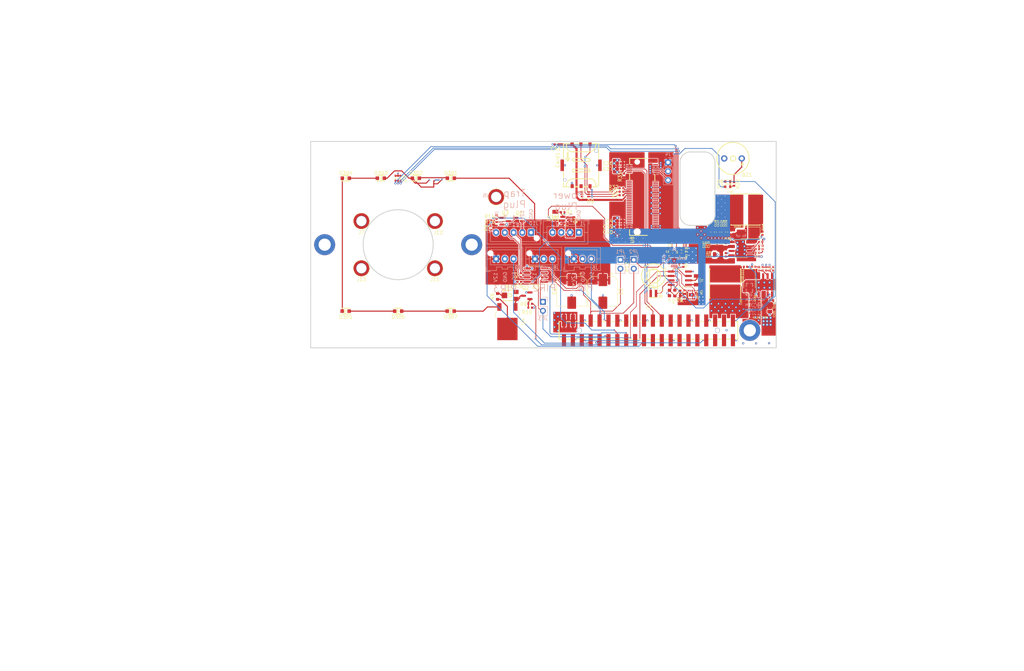
<source format=kicad_pcb>
(kicad_pcb (version 20221018) (generator pcbnew)
  (layers (0 "F.Cu" signal) (1 "In1.Cu" signal) (2 "In2.Cu" signal) (31 "B.Cu" signal) (34 "B.Paste" user) (35 "F.Paste" user) (36 "B.SilkS" user "B.Silkscreen") (37 "F.SilkS" user "F.Silkscreen") (38 "B.Mask" user) (39 "F.Mask" user) (44 "Edge.Cuts" user))
  (net 0 "")
  (net 1 "RTC_BT_SENSE")
  (net 2 "GND")
  (net 3 "Net-(BZ1-Pad1)")
  (net 4 "+12V")
  (net 5 "+5V")
  (net 6 "+3V3")
  (net 7 "Net-(C41-Pad2)")
  (net 8 "Net-(Card1-PadC3)")
  (net 10 "Net-(D1-Pad2)")
  (net 11 "Net-(D6-Pad1)")
  (net 12 "PI_BUZZER")
  (net 13 "ATTiny_BUZZER")
  (net 15 "Net-(JP1-Pad1)")
  (net 17 "SDA")
  (net 18 "SCL")
  (net 19 "ATtiny_RESET_UPDI")
  (net 24 "~{W_DISABLE1}")
  (net 25 "4G_POWER_ON")
  (net 26 "4G_USB_D+")
  (net 27 "4G_USB_D-")
  (net 29 "VIN")
  (net 30 "RTC_BT_LOAD")
  (net 31 "5V_EN")
  (net 32 "LED_G")
  (net 33 "LED_R")
  (net 34 "LED_B")
  (net 35 "Net-(R32-Pad1)")
  (net 36 "Net-(R33-Pad1)")
  (net 37 "~{RTC_INT}")
  (net 38 "BATT_SENSE")
  (net 39 "Net-(C5-Pad1)")
  (net 40 "PI_TX")
  (net 41 "PI_RX")
  (net 45 "Net-(U7-Pad1)")
  (net 46 "Net-(U7-Pad2)")
  (net 54 "Net-(D2-Pad1)")
  (net 55 "Net-(D2-Pad2)")
  (net 56 "Net-(D2-Pad3)")
  (net 57 "Net-(R3-Pad1)")
  (net 69 "/Power/SW_5V")
  (net 70 "/Power/SW_3V3")
  (net 71 "IR_LED_EN")
  (net 72 "PIR1")
  (net 73 "PIR2")
  (net 74 "PIR3")
  (net 75 "RS485_A")
  (net 76 "RS485_B")
  (net 77 "Net-(J10-Pad5)")
  (net 78 "Net-(Q2-Pad3)")
  (net 79 "Net-(R6-Pad1)")
  (net 80 "Net-(R6-Pad2)")
  (net 81 "INTERRUPT")
  (net 82 "~{RE}")
  (net 83 "DE")
  (net 90 "Net-(R108-Pad2)")
  (net 91 "Net-(R108-Pad1)")
  (net 92 "Net-(R107-Pad2)")
  (net 93 "Net-(Q2-Pad1)")
  (net 94 "Net-(C118-Pad1)")
  (net 95 "Net-(C117-Pad1)")
  (net 96 "Net-(C116-Pad1)")
  (net 97 "Net-(C115-Pad1)")
  (net 98 "Net-(C114-Pad1)")
  (net 99 "Net-(C113-Pad1)")
  (net 100 "Net-(C112-Pad1)")
  (net 101 "Net-(C111-Pad1)")
  (net 104 "Net-(Card1-PadC2)")
  (net 105 "Net-(Card1-PadC7)")
  (net 106 "Net-(D301-Pad1)")
  (net 107 "Net-(D302-Pad1)")
  (net 108 "Net-(D303-Pad1)")
  (net 109 "Net-(D304-Pad1)")
  (net 110 "Net-(D305-Pad1)")
  (net 111 "Net-(D306-Pad1)")
  (net 112 "Net-(D307-Pad1)")
  (net 113 "Net-(J10-Pad2)")
  (net 114 "Net-(Q3-Pad1)")
  (net 115 "Net-(Q3-Pad3)")
  (net 116 "TRAP_EN")
  (footprint "Resistor_SMD:R_0402_1005Metric" (layer "F.Cu") (at 147 104.4 180)
    (fp_text reference "R12")
    (fp_text value "1k")
  )
  (footprint "Capacitor_SMD:C_0805_2012Metric" (layer "F.Cu") (at 173.7 100.05 90)
    (fp_text reference "C102")
    (fp_text value "22uF")
  )
  (footprint "Resistor_SMD:R_0402_1005Metric" (layer "F.Cu") (at 128.61 90.8)
    (fp_text reference "R1")
    (fp_text value "100k")
  )
  (footprint "Diode_SMD:D_SOD-523" (layer "F.Cu") (at 162.15 113.975 -90)
    (fp_text reference "D3")
    (fp_text value "D")
  )
  (footprint "Package_SO:SO-8_3.9x4.9mm_P1.27mm" (layer "F.Cu") (at 186.5 111.7 90)
    (fp_text reference "U101")
    (fp_text value "TPS54331")
  )
  (footprint "Resistor_SMD:R_0402_1005Metric" (layer "F.Cu") (at 159.3 101.075)
    (fp_text reference "R21")
    (fp_text value "100k")
  )
  (footprint "Diode_SMD:D_SMA" (layer "F.Cu") (at 181.95 110.45 -90)
    (fp_text reference "D102")
    (fp_text value "D_Shockley")
  )
  (footprint "Capacitor_SMD:C_0603_1608Metric" (layer "F.Cu") (at 159.1 113.925 -90)
    (fp_text reference "C5")
    (fp_text value "10uF")
  )
  (footprint "Sensor_Humidity:Sensirion_DFN-8-1EP_2.5x2.5mm_P0.5mm_EP1.1x1.7mm" (layer "F.Cu") (at 165.45 114.425 -90)
    (fp_text reference "U2")
    (fp_text value "SHT30-DIS")
  )
  (footprint "Capacitor_SMD:C_0805_2012Metric" (layer "F.Cu") (at 187.75 118.25 -90)
    (fp_text reference "C101")
    (fp_text value "22uF")
  )
  (footprint "cacophony-footprints:BUZ-TH_BD9.0-P5.00-D0.6-FD" (layer "F.Cu") (at 177.25 75.45 180)
    (fp_text reference "BZ1")
    (fp_text value "Buzzer")
  )
  (footprint "Capacitor_SMD:C_0805_2012Metric" (layer "F.Cu") (at 172.95 102.95 180)
    (fp_text reference "C104")
    (fp_text value "22uF")
  )
  (footprint "Capacitor_SMD:C_0402_1005Metric" (layer "F.Cu") (at 175.2 103 90)
    (fp_text reference "C116")
    (fp_text value "10nF")
  )
  (footprint "Capacitor_SMD:C_0402_1005Metric" (layer "F.Cu") (at 181.7 114.5)
    (fp_text reference "C119")
    (fp_text value "1nF")
  )
  (footprint "Diode_SMD:D_SOD-523" (layer "F.Cu") (at 175.75 82.04 180)
    (fp_text reference "D6")
    (fp_text value "D")
  )
  (footprint "Resistor_SMD:R_0402_1005Metric" (layer "F.Cu") (at 163.1 105.925 -90)
    (fp_text reference "R34")
    (fp_text value "10k")
  )
  (footprint "cacophony-footprints:IND-SMD_L8.0-W8.0_1217AS" (layer "F.Cu") (at 180.85 90.05 180)
    (fp_text reference "L102")
    (fp_text value "6.8uF")
  )
  (footprint "Capacitor_SMD:C_0805_2012Metric" (layer "F.Cu") (at 185 117.45 180)
    (fp_text reference "C103")
    (fp_text value "22uF")
  )
  (footprint "Package_TO_SOT_SMD:SOT-23" (layer "F.Cu") (at 118.3 114.7 180)
    (fp_text reference "Q2")
    (fp_text value "2N7002")
  )
  (footprint "cacophony-library:OPTO-SMD_L2.0-W1.4-R-RD" (layer "F.Cu") (at 81.6 119.1 180)
    (fp_text reference "D306")
    (fp_text value "LED")
  )
  (footprint "Capacitor_SMD:C_0603_1608Metric" (layer "F.Cu") (at 181.75 118.85)
    (fp_text reference "C127")
    (fp_text value "22uF")
  )
  (footprint "Capacitor_SMD:C_0402_1005Metric" (layer "F.Cu") (at 185.2 99.3)
    (fp_text reference "C114")
    (fp_text value "47pF")
  )
  (footprint "cacophony-library:Mouning_Hole_M3" (layer "F.Cu") (at 102.6 100.1 180)
    (fp_text reference "H1" hide)
    (fp_text value "MountingHole")
  )
  (footprint "Resistor_SMD:R_0402_1005Metric" (layer "F.Cu") (at 163.15 103.975 90)
    (fp_text reference "R2")
    (fp_text value "180R")
  )
  (footprint "cacophony-library:OPTO-SMD_L2.0-W1.4-R-RD" (layer "F.Cu") (at 76.65 81.1)
    (fp_text reference "D303")
    (fp_text value "LED")
  )
  (footprint "Resistor_SMD:R_0402_1005Metric" (layer "F.Cu") (at 188.7 107 90)
    (fp_text reference "R110")
    (fp_text value "100k")
  )
  (footprint "Resistor_SMD:R_0402_1005Metric" (layer "F.Cu") (at 145.4 85.95 180)
    (fp_text reference "R3")
    (fp_text value "22ohm")
  )
  (footprint "Capacitor_SMD:C_0402_1005Metric" (layer "F.Cu") (at 159.95 102.125 180)
    (fp_text reference "C3")
    (fp_text value "220nF")
  )
  (footprint "cacophony-footprints:IND-SMD_L8.0-W8.0_1217AS" (layer "F.Cu") (at 175 111.2 -90)
    (fp_text reference "L101")
    (fp_text value "6.8uF")
  )
  (footprint "Capacitor_SMD:C_0402_1005Metric" (layer "F.Cu") (at 126.85 71.45)
    (fp_text reference "C41")
    (fp_text value "220nF")
  )
  (footprint "Resistor_SMD:R_0402_1005Metric" (layer "F.Cu") (at 116.6 108.8 -90)
    (fp_text reference "R7")
    (fp_text value "120R")
  )
  (footprint "cacophony-library:SMD_BD4.4-L4.4-D2.8" (layer "F.Cu") (at 109.6 86.45 180)
    (fp_text reference "J5")
    (fp_text value "Screw_Terminal_01x01")
  )
  (footprint "Resistor_SMD:R_0603_1608Metric" (layer "F.Cu") (at 110 114.9 90)
    (fp_text reference "R6")
    (fp_text value "R")
  )
  (footprint "Capacitor_SMD:C_0402_1005Metric" (layer "F.Cu") (at 163.4 115.6 -90)
    (fp_text reference "C38")
    (fp_text value "220nF")
  )
  (footprint "Capacitor_SMD:C_0402_1005Metric" (layer "F.Cu") (at 180.82 106.425 180)
    (fp_text reference "C117")
    (fp_text value "100nF")
  )
  (footprint "Resistor_SMD:R_0402_1005Metric" (layer "F.Cu") (at 167.5 113.675 90)
    (fp_text reference "R11")
    (fp_text value "10k")
  )
  (footprint "Crystal:Crystal_SMD_3215-2Pin_3.2x1.5mm" (layer "F.Cu") (at 166.969 110.294 90)
    (fp_text reference "Y1")
    (fp_text value "Crystal")
  )
  (footprint "cacophony-library:OPTO-SMD_L2.0-W1.4-R-RD" (layer "F.Cu") (at 66.6 119.1 180)
    (fp_text reference "D305")
    (fp_text value "LED")
  )
  (footprint "Resistor_SMD:R_0402_1005Metric" (layer "F.Cu") (at 145.4 83.95 180)
    (fp_text reference "R32")
    (fp_text value "22ohm")
  )
  (footprint "Resistor_SMD:R_0603_1608Metric" (layer "F.Cu") (at 160.625 113.95 -90)
    (fp_text reference "R13")
    (fp_text value "620R")
  )
  (footprint "Capacitor_SMD:C_0603_1608Metric" (layer "F.Cu") (at 145 76.85 180)
    (fp_text reference "C36")
    (fp_text value "22uF")
  )
  (footprint "Package_DFN_QFN:VQFN-20-1EP_3x3mm_P0.4mm_EP1.7x1.7mm" (layer "F.Cu") (at 160.45 104.775 -90)
    (fp_text reference "U1")
    (fp_text value "ATtiny1616-M")
  )
  (footprint "Resistor_SMD:R_0402_1005Metric" (layer "F.Cu") (at 187.7 107 -90)
    (fp_text reference "R107")
    (fp_text value "150k")
  )
  (footprint "Capacitor_SMD:C_0603_1608Metric" (layer "F.Cu") (at 176.2 96.5 -90)
    (fp_text reference "C126")
    (fp_text value "22uF")
  )
  (footprint "cacophony-library:OPTO-SMD_L2.0-W1.4-R-RD" (layer "F.Cu") (at 66.65 81.1)
    (fp_text reference "D304")
    (fp_text value "LED")
  )
  (footprint "Package_TO_SOT_SMD:SOT-23" (layer "F.Cu") (at 129.6 93.1)
    (fp_text reference "Q1")
    (fp_text value "Q_PMOS_GSD")
  )
  (footprint "cacophony-library:OPTO-SMD_L2.0-W1.4-R-RD" (layer "F.Cu") (at 86.65 81.1)
    (fp_text reference "D302")
    (fp_text value "LED")
  )
  (footprint "Resistor_SMD:R_0402_1005Metric" (layer "F.Cu") (at 119.3 117 180)
    (fp_text reference "R9")
    (fp_text value "1k")
  )
  (footprint "Resistor_SMD:R_0402_1005Metric" (layer "F.Cu") (at 162.55 101.125)
    (fp_text reference "R5")
    (fp_text value "180R")
  )
  (footprint "Capacitor_SMD:C_0402_1005Metric" (layer "F.Cu") (at 177.5 96.5 -90)
    (fp_text reference "C120")
    (fp_text value "1nF")
  )
  (footprint "cacophony-footprints:LL-34_L3.5-W1.5-RD" (layer "F.Cu") (at 126.5 92.4 90)
    (fp_text reference "D1")
    (fp_text value "D_Zener")
  )
  (footprint "Package_SO:SOIC-8_3.9x4.9mm_P1.27mm" (layer "F.Cu") (at 162.05 109.675 180)
    (fp_text reference "U7")
    (fp_text value "PCF8563T")
  )
  (footprint "Capacitor_SMD:C_0402_1005Metric" (layer "F.Cu") (at 188.25 116)
    (fp_text reference "C115")
    (fp_text value "10nF")
  )
  (footprint "Capacitor_SMD:C_0603_1608Metric" (layer "F.Cu") (at 181.75 117.3)
    (fp_text reference "C123")
    (fp_text value "22uF")
  )
  (footprint "Resistor_SMD:R_0402_1005Metric" (layer "F.Cu") (at 184.2 100.4)
    (fp_text reference "R106")
    (fp_text value "33k")
  )
  (footprint "Capacitor_SMD:CP_Elec_8x10" (layer "F.Cu") (at 140.075 113.4425 -90)
    (fp_text reference "C2")
    (fp_text value "220uF")
  )
  (footprint "cacophony-library:Mouning_Hole_M3" (layer "F.Cu") (at 60.6 100.1 180)
    (fp_text reference "H2" hide)
    (fp_text value "MountingHole")
  )
  (footprint "Capacitor_SMD:C_0603_1608Metric" (layer "F.Cu") (at 173 96.5 -90)
    (fp_text reference "C122")
    (fp_text value "22uF")
  )
  (footprint "Resistor_SMD:R_0402_1005Metric" (layer "F.Cu") (at 184.7 107 90)
    (fp_text reference "R105")
    (fp_text value "33k")
  )
  (footprint "Package_SO:SOIC-8_3.9x4.9mm_P1.27mm" (layer "F.Cu") (at 120.9 108.8 180)
    (fp_text reference "U3")
    (fp_text value "SP3485EN")
  )
  (footprint "cacophony-library:OPTO-SMD_L2.0-W1.4-R-RD" (layer "F.Cu") (at 96.6 119.1 180)
    (fp_text reference "D307")
    (fp_text value "LED")
  )
  (footprint "Resistor_SMD:R_0402_1005Metric" (layer "F.Cu") (at 108 95.35 90)
    (fp_text reference "R8")
    (fp_text value "10k")
  )
  (footprint "Resistor_SMD:R_0402_1005Metric" (layer "F.Cu") (at 184.2 103.45 180)
    (fp_text reference "R112")
    (fp_text value "100k")
  )
  (footprint "Resistor_SMD:R_0402_1005Metric" (layer "F.Cu") (at 184.2 102.4 180)
    (fp_text reference "R108")
    (fp_text value "22k")
  )
  (footprint "cacophony-library:RES-ADJ-SMD_VG039NCH" (layer "F.Cu") (at 113.6 114.6)
    (fp_text reference "RV2")
    (fp_text value "R_Potentiometer")
  )
  (footprint "Resistor_SMD:R_0402_1005Metric" (layer "F.Cu") (at 109.7 94.15 90)
    (fp_text reference "R15")
    (fp_text value "100k")
  )
  (footprint "Resistor_SMD:R_0402_1005Metric" (layer "F.Cu") (at 163.4 113.675 90)
    (fp_text reference "R28")
    (fp_text value "10k")
  )
  (footprint "Capacitor_SMD:C_0402_1005Metric" (layer "F.Cu") (at 185.7 107 90)
    (fp_text reference "C113")
    (fp_text value "47pF")
  )
  (footprint "cacophony-library:SMD_BD4.4-L4.4-D2.8" (layer "F.Cu") (at 71.1 93.35 180)
    (fp_text reference "J7")
    (fp_text value "Screw_Terminal_01x01")
  )
  (footprint "Resistor_SMD:R_0402_1005Metric" (layer "F.Cu") (at 186.7 107 -90)
    (fp_text reference "R111")
    (fp_text value "22k")
  )
  (footprint "Package_TO_SOT_SMD:TO-252-2" (layer "F.Cu") (at 112.8 122.1 -90)
    (fp_text reference "U4")
    (fp_text value "LM317_TO-252")
  )
  (footprint "Capacitor_SMD:CP_Elec_8x10" (layer "F.Cu") (at 131.175 113.4425 -90)
    (fp_text reference "C1")
    (fp_text value "220uF")
  )
  (footprint "cacophony-library:OPTO-SMD_L2.0-W1.4-R-RD" (layer "F.Cu") (at 96.65 81.1)
    (fp_text reference "D301")
    (fp_text value "LED")
  )
  (footprint "Capacitor_SMD:C_0603_1608Metric" (layer "F.Cu") (at 171.4 96.5 -90)
    (fp_text reference "C128")
    (fp_text value "22uF")
  )
  (footprint "Resistor_SMD:R_0402_1005Metric" (layer "F.Cu") (at 177.55 82.74 90)
    (fp_text reference "R22")
    (fp_text value "180R")
  )
  (footprint "Capacitor_SMD:C_0402_1005Metric" (layer "F.Cu") (at 183.2 106.4 180)
    (fp_text reference "C111")
    (fp_text value "1nF")
  )
  (footprint "cacophony-footprints:SIM-Nano" (layer "F.Cu") (at 133.85 77.4 180)
    (fp_text reference "Card1")
    (fp_text value "SIM-Nano")
  )
  (footprint "Capacitor_SMD:C_0805_2012Metric" (layer "F.Cu") (at 185 119.475 180)
    (fp_text reference "C106")
    (fp_text value "22uF")
  )
  (footprint "Capacitor_SMD:C_0603_1608Metric" (layer "F.Cu") (at 145 94.95 180)
    (fp_text reference "C39")
    (fp_text value "22uF")
  )
  (footprint "cacophony-library:HDR-SMD_40P-P2.54-V-F-R2-C20-S8.7-EH" (layer "F.Cu") (at 153.1 124.6)
    (fp_text reference "J3")
    (fp_text value "Raspberry_Pi_2_3")
  )
  (footprint "Package_TO_SOT_SMD:SOT-23" (layer "F.Cu") (at 112.2 93.4)
    (fp_text reference "Q3")
    (fp_text value "2N7002")
  )
  (footprint "cacophony-library:SMD_BD4.4-L4.4-D2.8" (layer "F.Cu") (at 92.1 93.35 180)
    (fp_text reference "J12")
    (fp_text value "Screw_Terminal_01x01")
  )
  (footprint "Capacitor_SMD:C_0603_1608Metric" (layer "F.Cu") (at 145 96.55 180)
    (fp_text reference "C40")
    (fp_text value "22uF")
  )
  (footprint "cacophony-library:Mouning_Hole_M3" (layer "F.Cu") (at 182.05 124.6 180)
    (fp_text reference "H3" hide)
    (fp_text value "MountingHole")
  )
  (footprint "cacophony-footprints:CAP-SMD_FL11E" (layer "F.Cu") (at 154.5 114.04 -90)
    (fp_text reference "BT1")
    (fp_text value "Battery_Cell")
  )
  (footprint "Resistor_SMD:R_0402_1005Metric" (layer "F.Cu") (at 145.39 84.95 180)
    (fp_text reference "R33")
    (fp_text value "22ohm")
  )
  (footprint "Capacitor_SMD:C_0603_1608Metric" (layer "F.Cu") (at 181.75 115.75)
    (fp_text reference "C121")
    (fp_text value "22uF")
  )
  (footprint "Package_SO:SO-8_3.9x4.9mm_P1.27mm" (layer "F.Cu") (at 179.45 101.25)
    (fp_text reference "U102")
    (fp_text value "TPS54331")
  )
  (footprint "Diode_SMD:D_SOD-523" (layer "F.Cu") (at 175.75 83.54 180)
    (fp_text reference "D7")
    (fp_text value "D")
  )
  (footprint "Diode_SMD:D_SMA" (layer "F.Cu") (at 181.6 96.7 180)
    (fp_text reference "D103")
    (fp_text value "D_Shockley")
  )
  (footprint "Capacitor_SMD:C_0603_1608Metric" (layer "F.Cu") (at 181.75 120.4)
    (fp_text reference "C125")
    (fp_text value "22uF")
  )
  (footprint "Capacitor_SMD:C_0402_1005Metric" (layer "F.Cu") (at 116.2 110.7 180)
    (fp_text reference "C6")
    (fp_text value "220nF")
  )
  (footprint "Capacitor_SMD:C_0805_2012Metric" (layer "F.Cu") (at 171.65 100.05 90)
    (fp_text reference "C107")
    (fp_text value "22uF")
  )
  (footprint "Capacitor_SMD:C_0402_1005Metric" (layer "F.Cu") (at 184.2 101.4 180)
    (fp_text reference "C112")
    (fp_text value "1nF")
  )
  (footprint "Resistor_SMD:R_0402_1005Metric" (layer "F.Cu") (at 146.1 80.3 90)
    (fp_text reference "R31")
    (fp_text value "100k")
  )
  (footprint "cacophony-library:LED-SMD_6PIN-L1.60-W1.50-BL-RD" (layer "F.Cu") (at 81.55 81.1 -90)
    (fp_text reference "D2")
    (fp_text value "LED_RGB")
  )
  (footprint "Capacitor_SMD:C_0402_1005Metric" (layer "F.Cu") (at 185.655 96.82 90)
    (fp_text reference "C118")
    (fp_text value "100nF")
  )
  (footprint "cacophony-library:SMD_BD4.4-L4.4-D2.8" (layer "F.Cu") (at 71.1 106.85 180)
    (fp_text reference "J13")
    (fp_text value "Screw_Terminal_01x01")
  )
  (footprint "Capacitor_SMD:C_0402_1005Metric" (layer "F.Cu") (at 185.3 115.95 180)
    (fp_text reference "C109")
    (fp_text value "1nF")
  )
  (footprint "cacophony-footprints:M.2" (layer "F.Cu") (at 151.3875 86.45 -90)
    (fp_text reference "U8")
    (fp_text value "SIM7600G-H-M.2")
  )
  (footprint "Capacitor_SMD:C_0603_1608Metric" (layer "F.Cu") (at 145 78.45 180)
    (fp_text reference "C37")
    (fp_text value "22uF")
  )
  (footprint "Capacitor_SMD:C_0603_1608Metric" (layer "F.Cu") (at 145 93.35 180)
    (fp_text reference "C4")
    (fp_text value "22uF")
  )
  (footprint "Resistor_SMD:R_0402_1005Metric" (layer "F.Cu") (at 185.7 100.9 90)
    (fp_text reference "R109")
    (fp_text value "10k")
  )
  (footprint "cacophony-library:SMD_BD4.4-L4.4-D2.8" (layer "F.Cu") (at 92.1 106.85 180)
    (fp_text reference "J11")
    (fp_text value "Screw_Terminal_01x01")
  )
  (footprint "Package_TO_SOT_SMD:SOT-23" (layer "F.Cu") (at 116.144239 93.4)
    (fp_text reference "Q4")
    (fp_text value "Q_PMOS_GSD")
  )
  (footprint "Resistor_SMD:R_0402_1005Metric" (layer "F.Cu") (at 109.7 92.225 90)
    (fp_text reference "R14")
    (fp_text value "1k")
  )
  (footprint "Resistor_SMD:R_0402_1005Metric" (layer "F.Cu") (at 119.3 118.1)
    (fp_text reference "R10")
    (fp_text value "100k")
  )
  (footprint "Resistor_SMD:R_0402_1005Metric" (layer "F.Cu") (at 162.55 102.125)
    (fp_text reference "R4")
    (fp_text value "180R")
  )
  (footprint "Capacitor_SMD:C_0402_1005Metric" (layer "F.Cu") (at 175.2 100.15 90)
    (fp_text reference "C110")
    (fp_text value "1nF")
  )
  (footprint "cacophony-footprints:SOT-363_L2.0-W1.3-P0.65-LS2.1-TL" (layer "F.Cu") (at 135.05 85.7)
    (fp_text reference "D9")
    (fp_text value "SMF05CT1G")
  )
  (footprint "Capacitor_SMD:C_0603_1608Metric" (layer "F.Cu") (at 174.6 96.5 -90)
    (fp_text reference "C124")
    (fp_text value "22uF")
  )
  (footprint "Connector_PinHeader_2.54mm:PinHeader_1x03_P2.54mm_Vertical" (layer "B.Cu") (at 158.7 76.575 180)
    (fp_text reference "J4")
    (fp_text value "Conn_01x03")
  )
  (footprint "Connector_PinHeader_2.54mm:PinHeader_1x02_P2.54mm_Vertical" (layer "B.Cu") (at 145.1 104.425 180)
    (fp_text reference "JP1")
    (fp_text value "Jumper_2_Bridged")
  )
  (footprint "Connector_PinHeader_2.54mm:PinHeader_1x02_P2.54mm_Vertical" (layer "B.Cu") (at 122.95 116.45 180)
    (fp_text reference "JP3")
    (fp_text value "Jumper_2_Bridged")
  )
  (footprint "Connector_JST:JST_XA_B05B-XASK-1-A_1x05_P2.50mm_Vertical" (layer "B.Cu") (at 119.575 96.625 180)
    (fp_text reference "J10")
    (fp_text value "Conn_01x05")
  )
  (footprint "cacophony-library:CONN-TH_B03B-XASK-1-A-LF-SN" (layer "B.Cu") (at 123.175 104.175 180)
    (fp_text reference "J8")
    (fp_text value "Conn_01x03")
  )
  (footprint "cacophony-library:CONN-TH_B03B-XASK-1-A-LF-SN" (layer "B.Cu") (at 112.075 104.175 180)
    (fp_text reference "J9")
    (fp_text value "Conn_01x03")
  )
  (footprint "Connector_JST:JST_XA_B04B-XASK-1_1x04_P2.50mm_Vertical" (layer "B.Cu") (at 133.2 96.6 180)
    (fp_text reference "J1")
    (fp_text value "Conn_01x04")
  )
  (footprint "Connector_PinHeader_2.54mm:PinHeader_1x02_P2.54mm_Vertical" (layer "B.Cu") (at 148.9 104.425 180)
    (fp_text reference "JP2")
    (fp_text value "Jumper_2_Bridged")
  )
  (footprint "cacophony-library:CONN-TH_B03B-XASK-1-A-LF-SN" (layer "B.Cu") (at 134.275 104.175 180)
    (fp_text reference "J6")
    (fp_text value "Conn_01x03")
  )
  (gr_arc (start 162.1 76.6) (mid 162.97868 74.47868) (end 165.1 73.6) (stroke (width 0.25)) (layer "Edge.Cuts"))
  (gr_line (start 165.1 94.6) (end 169.1 94.6) (stroke (width 0.25)) (layer "Edge.Cuts"))
  (gr_line (start 56.6 70.6) (end 56.6 76.278174) (stroke (width 0.25)) (layer "Edge.Cuts"))
  (gr_line (start 189.6 129.6) (end 189.6 70.6) (stroke (width 0.25)) (layer "Edge.Cuts"))
  (gr_arc (start 172.1 91.6) (mid 171.22132 93.72132) (end 169.1 94.6) (stroke (width 0.25)) (layer "Edge.Cuts"))
  (gr_line (start 56.6 85.921825) (end 56.6 114.278174) (stroke (width 0.25)) (layer "Edge.Cuts"))
  (gr_line (start 169.1 73.6) (end 165.1 73.6) (stroke (width 0.25)) (layer "Edge.Cuts"))
  (gr_circle (center 81.6 100.1) (end 71.6 100.1) (stroke (width 0.25)) (fill none) (layer "Edge.Cuts"))
  (gr_line (start 172.1 91.6) (end 172.1 76.6) (stroke (width 0.25)) (layer "Edge.Cuts"))
  (gr_line (start 189.6 129.6) (end 120.6 129.6) (stroke (width 0.25)) (layer "Edge.Cuts"))
  (gr_line (start 56.6 114.278174) (end 56.6 123.921825) (stroke (width 0.25)) (layer "Edge.Cuts"))
  (gr_line (start 56.6 123.921825) (end 56.6 129.6) (stroke (width 0.25)) (layer "Edge.Cuts"))
  (gr_line (start 56.6 70.6) (end 120.6 70.6) (stroke (width 0.25)) (layer "Edge.Cuts"))
  (gr_line (start 120.6 70.6) (end 189.6 70.6) (stroke (width 0.25)) (layer "Edge.Cuts"))
  (gr_line (start 162.1 76.6) (end 162.1 91.6) (stroke (width 0.25)) (layer "Edge.Cuts"))
  (gr_line (start 56.6 85.921825) (end 56.6 76.278174) (stroke (width 0.25)) (layer "Edge.Cuts"))
  (gr_line (start 120.6 129.6) (end 56.6 129.6) (stroke (width 0.25)) (layer "Edge.Cuts"))
  (gr_arc (start 169.1 73.6) (mid 171.22132 74.47868) (end 172.1 76.6) (stroke (width 0.25)) (layer "Edge.Cuts"))
  (gr_arc (start 165.1 94.6) (mid 162.97868 93.72132) (end 162.1 91.6) (stroke (width 0.25)) (layer "Edge.Cuts"))
  (gr_text "PIR1" (at 134 112.25) (layer "B.SilkS") (effects (font (size 2 2) (thickness 0.2)) (justify mirror)))
  (gr_text "12V" (at 131.675 109.375 90) (layer "B.SilkS") (effects (font (size 1 1)) (justify mirror)))
  (gr_text "VIN" (at 130.825 92.175 90) (layer "B.SilkS") (effects (font (size 1 1)) (justify mirror)))
  (gr_text "B" (at 112.125 92.25) (layer "B.SilkS") (effects (font (size 1 1)) (justify mirror)))
  (gr_text "SIG" (at 136.975 109 90) (layer "B.SilkS") (effects (font (size 1 1)) (justify mirror)))
  (gr_text "12V" (at 109.425 109.45 90) (layer "B.SilkS") (effects (font (size 1 1)) (justify mirror)))
  (gr_text "Trap\nPlug\n" (at 114.825 86.994747) (layer "B.SilkS") (effects (font (size 2 2) (thickness 0.2)) (justify mirror)))
  (gr_text "12V" (at 120.55 109.475 90) (layer "B.SilkS") (effects (font (size 1 1)) (justify mirror)))
  (gr_text "PIR3" (at 112.15 112.702434) (layer "B.SilkS") (effects (font (size 2 2) (thickness 0.2)) (justify mirror)))
  (gr_text "PIR2" (at 123.375 112.450515) (layer "B.SilkS") (effects (font (size 2 2) (thickness 0.2)) (justify mirror)))
  (gr_text "GND" (at 133.2 91.7 90) (layer "B.SilkS") (effects (font (size 1 1)) (justify mirror)))
  (gr_text "SIG" (at 125.85 109.1 90) (layer "B.SilkS") (effects (font (size 1 1)) (justify mirror)))
  (gr_text "GND" (at 112.15 109.35 90) (layer "B.SilkS") (effects (font (size 1 1)) (justify mirror)))
  (gr_text "INT" (at 109.75 91.725 90) (layer "B.SilkS") (effects (font (size 1 1)) (justify mirror)))
  (gr_text "12V" (at 117.05 91.625 90) (layer "B.SilkS") (effects (font (size 1 1)) (justify mirror)))
  (gr_text "A" (at 114.6 92.25) (layer "B.SilkS") (effects (font (size 1 1)) (justify mirror)))
  (gr_text "SIG" (at 114.725 109.075 90) (layer "B.SilkS") (effects (font (size 1 1)) (justify mirror)))
  (gr_text "GND" (at 134.4 109.275 90) (layer "B.SilkS") (effects (font (size 1 1)) (justify mirror)))
  (gr_text "Power \nPlug\n" (at 129.575 87.542215) (layer "B.SilkS") (effects (font (size 2 2) (thickness 0.2)) (justify mirror)))
  (gr_text "GND" (at 119.6 91.352163 90) (layer "B.SilkS") (effects (font (size 1 1)) (justify mirror)))
  (gr_text "GND" (at 123.275 109.375 90) (layer "B.SilkS") (effects (font (size 1 1)) (justify mirror)))
  (segment (start 158.4245 110.8755) (end 157.15 112.15) (width 0.2) (layer "F.Cu") (net 1))
  (segment (start 163.01 106.525) (end 163.1 106.435) (width 0.2) (layer "F.Cu") (net 1))
  (segment (start 161.85 106.525) (end 163.01 106.525) (width 0.2) (layer "F.Cu") (net 1))
  (segment (start 157.15 112.15) (end 157.15 113.375) (width 0.2) (layer "F.Cu") (net 1))
  (segment (start 161.3255 110.8755) (end 161.3255 110.370878) (width 0.2) (layer "F.Cu") (net 1))
  (segment (start 161.3255 111.6495) (end 161.3255 110.8755) (width 0.2) (layer "F.Cu") (net 1))
  (segment (start 157.15 113.375) (end 156.485 114.04) (width 0.2) (layer "F.Cu") (net 1))
  (segment (start 160.625 112.35) (end 161.3255 111.6495) (width 0.2) (layer "F.Cu") (net 1))
  (segment (start 161.85 106.525) (end 161.85 105.625) (width 0.2) (layer "F.Cu") (net 1))
  (segment (start 161.85 105.625) (end 161.9 105.575) (width 0.2) (layer "F.Cu") (net 1))
  (segment (start 156.485 114.04) (end 155.26 114.04) (width 0.2) (layer "F.Cu") (net 1))
  (segment (start 161.3255 110.8755) (end 158.4245 110.8755) (width 0.2) (layer "F.Cu") (net 1))
  (segment (start 160.625 113.125) (end 160.625 112.35) (width 0.2) (layer "F.Cu") (net 1))
  (via (at 161.85 106.525) (size 0.6) (drill 0.3) (layers "F.Cu" "B.Cu") (net 1))
  (via (at 161.3255 110.370878) (size 0.6) (drill 0.3) (layers "F.Cu" "B.Cu") (net 1))
  (segment (start 161.3255 110.370878) (end 161.3255 107.0495) (width 0.2) (layer "B.Cu") (net 1))
  (segment (start 161.3255 107.0495) (end 161.85 106.525) (width 0.2) (layer "B.Cu") (net 1))
  (segment (start 119.81 118.1) (end 120.4 118.1) (width 0.3) (layer "F.Cu") (net 2))
  (segment (start 188.73 116.33) (end 189.1 116.7) (width 0.25) (layer "F.Cu") (net 2))
  (segment (start 175.72 102.52) (end 175.75 102.55) (width 0.2) (layer "F.Cu") (net 2))
  (segment (start 183.72 101.4) (end 183.72 101.505528) (width 0.2) (layer "F.Cu") (net 2))
  (segment (start 160.45 103.325) (end 160.45 104.725) (width 0.2) (layer "F.Cu") (net 2))
  (segment (start 144.21 121.8) (end 145.1 121.8) (width 0.3) (layer "F.Cu") (net 2))
  (segment (start 140.075 116.6925) (end 140.075 114.675) (width 0.3) (layer "F.Cu") (net 2))
  (segment (start 80.85 80.4) (end 81.55 80.4) (width 0.2) (layer "F.Cu") (net 2))
  (segment (start 186.7 106.49) (end 186.7 105.9) (width 0.254) (layer "F.Cu") (net 2))
  (segment (start 164.525 107.77) (end 165.895 107.77) (width 0.2) (layer "F.Cu") (net 2))
  (segment (start 183.72 101.505528) (end 183.15 102.075528) (width 0.2) (layer "F.Cu") (net 2))
  (segment (start 160.43 102.125) (end 160.43 101.465937) (width 0.2) (layer "F.Cu") (net 2))
  (segment (start 186.67 106.52) (end 186.7 106.49) (width 0.254) (layer "F.Cu") (net 2))
  (segment (start 163.08 115.12) (end 162.7 115.5) (width 0.2) (layer "F.Cu") (net 2))
  (segment (start 160.45 102.145) (end 160.43 102.125) (width 0.2) (layer "F.Cu") (net 2))
  (segment (start 177.23 127.4) (end 178.15 127.4) (width 0.292) (layer "F.Cu") (net 2))
  (segment (start 188.73 116) (end 188.73 116.33) (width 0.25) (layer "F.Cu") (net 2))
  (segment (start 183.15 102.075528) (end 183.15 102.25) (width 0.2) (layer "F.Cu") (net 2))
  (segment (start 131.31 83.37) (end 131.31 82.56) (width 0.2) (layer "F.Cu") (net 2))
  (segment (start 187.75 119.2) (end 187.75 120) (width 0.2) (layer "F.Cu") (net 2))
  (segment (start 139.24 77.4) (end 138.45 77.4) (width 0.2) (layer "F.Cu") (net 2))
  (segment (start 175.2 102.52) (end 175.72 102.52) (width 0.2) (layer "F.Cu") (net 2))
  (segment (start 172 102.95) (end 172.7735 102.95) (width 0.254) (layer "F.Cu") (net 2))
  (segment (start 172.7735 102.95) (end 172.8 102.9235) (width 0.254) (layer "F.Cu") (net 2))
  (segment (start 185.68 98.62) (end 185.7 98.6) (width 0.254) (layer "F.Cu") (net 2))
  (segment (start 139.13 127.4) (end 138.8995 127.4) (width 0.3) (layer "F.Cu") (net 2))
  (segment (start 119.2375 113.75) (end 118.2 113.75) (width 0.2) (layer "F.Cu") (net 2))
  (segment (start 185.68 99.3) (end 185.68 100.37) (width 0.254) (layer "F.Cu") (net 2))
  (segment (start 151.83 121.8) (end 152.75 121.8) (width 0.3) (layer "F.Cu") (net 2))
  (segment (start 111.2625 94.35) (end 112.55 94.35) (width 0.2) (layer "F.Cu") (net 2))
  (segment (start 131.31 82.56) (end 131.25 82.5) (width 0.2) (layer "F.Cu") (net 2))
  (segment (start 163.4 115.12) (end 163.08 115.12) (width 0.2) (layer "F.Cu") (net 2))
  (segment (start 125.9 71.45) (end 125.85 71.5) (width 0.2) (layer "F.Cu") (net 2))
  (segment (start 165.7 113.25) (end 165.7 114.175) (width 0.2) (layer "F.Cu") (net 2))
  (segment (start 159.1 114.7) (end 159.1 114.542186) (width 0.2) (layer "F.Cu") (net 2))
  (segment (start 165.7 115.6) (end 165.7 114.675) (width 0.2) (layer "F.Cu") (net 2))
  (segment (start 187.7 106.49) (end 187.7 105.9) (width 0.254) (layer "F.Cu") (net 2))
  (segment (start 129.12 91.38) (end 129.1 91.4) (width 0.2) (layer "F.Cu") (net 2))
  (segment (start 140.075 114.675) (end 140.1 114.65) (width 0.3) (layer "F.Cu") (net 2))
  (segment (start 160.45 103.325) (end 160.45 102.145) (width 0.2) (layer "F.Cu") (net 2))
  (segment (start 185.68 100.37) (end 185.7 100.39) (width 0.254) (layer "F.Cu") (net 2))
  (segment (start 165.7 114.675) (end 165.45 114.425) (width 0.2) (layer "F.Cu") (net 2))
  (segment (start 164.53 121.8) (end 165.45 121.8) (width 0.3) (layer "F.Cu") (net 2))
  (segment (start 153.74 112.46) (end 153.75 112.45) (width 0.15) (layer "F.Cu") (net 2))
  (segment (start 185.7 106.52) (end 185.7 105.9) (width 0.254) (layer "F.Cu") (net 2))
  (segment (start 128.46 77.4) (end 129.25 77.4) (width 0.2) (layer "F.Cu") (net 2))
  (segment (start 118.425 106.895) (end 118.425 106.225) (width 0.3) (layer "F.Cu") (net 2))
  (segment (start 119.795 106.895) (end 119.8 106.9) (width 0.3) (layer "F.Cu") (net 2))
  (segment (start 160.43 101.465937) (end 160.517343 101.378594) (width 0.2) (layer "F.Cu") (net 2))
  (segment (start 134.05 121.8) (end 134.95 121.8) (width 0.3) (layer "F.Cu") (net 2))
  (segment (start 183.15 102.25) (end 182.9 102.5) (width 0.2) (layer "F.Cu") (net 2))
  (segment (start 185.68 99.3) (end 185.68 98.62) (width 0.254) (layer "F.Cu") (net 2))
  (segment (start 138.8995 127.4) (end 138.2 128.0995) (width 0.3) (layer "F.Cu") (net 2))
  (segment (start 185.7 106.52) (end 186.67 106.52) (width 0.254) (layer "F.Cu") (net 2))
  (segment (start 182.72 106.4) (end 182.72 105.77) (width 0.2) (layer "F.Cu") (net 2))
  (segment (start 81.55 80.4) (end 82.25 80.4) (width 0.2) (layer "F.Cu") (net 2))
  (segment (start 166.2 115.6) (end 166.7 115.1) (width 0.2) (layer "F.Cu") (net 2))
  (segment (start 165.7 115.6) (end 166.2 115.6) (width 0.2) (layer "F.Cu") (net 2))
  (segment (start 131.175 116.6925) (end 131.175 114.625) (width 0.3) (layer "F.Cu") (net 2))
  (segment (start 186.7 106.49) (end 187.7 106.49) (width 0.254) (layer "F.Cu") (net 2))
  (segment (start 134.13 85.7) (end 133.25 85.7) (width 0.2) (layer "F.Cu") (net 2))
  (segment (start 169.61 121.8) (end 170.55 121.8) (width 0.3) (layer "F.Cu") (net 2))
  (segment (start 129.12 90.8) (end 129.12 91.38) (width 0.2) (layer "F.Cu") (net 2))
  (segment (start 118.425 106.895) (end 119.795 106.895) (width 0.3) (layer "F.Cu") (net 2))
  (segment (start 131.175 114.625) (end 131.15 114.6) (width 0.3) (layer "F.Cu") (net 2))
  (segment (start 115.72 110.7) (end 115.1 110.7) (width 0.3) (layer "F.Cu") (net 2))
  (segment (start 112.55 94.35) (end 112.575 94.375) (width 0.2) (layer "F.Cu") (net 2))
  (segment (start 126.37 71.45) (end 125.9 71.45) (width 0.2) (layer "F.Cu") (net 2))
  (segment (start 118.425 106.225) (end 118.4 106.2) (width 0.3) (layer "F.Cu") (net 2))
  (segment (start 165.7 114.175) (end 165.45 114.425) (width 0.2) (layer "F.Cu") (net 2))
  (segment (start 153.74 114.04) (end 153.74 112.46) (width 0.15) (layer "F.Cu") (net 2))
  (segment (start 159.45 127.4) (end 160.35 127.4) (width 0.3) (layer "F.Cu") (net 2))
  (segment (start 165.895 107.77) (end 165.9 107.775) (width 0.2) (layer "F.Cu") (net 2))
  (segment (start 182.72 105.77) (end 182.7 105.75) (width 0.2) (layer "F.Cu") (net 2))
  (segment (start 81.55 80.4) (end 81.55 79.7) (width 0.2) (layer "F.Cu") (net 2))
  (segment (start 159.1 114.542186) (end 158.522434 113.96462) (width 0.2) (layer "F.Cu") (net 2))
  (via (at 187.55 128.25) (size 0.6) (drill 0.3) (layers "F.Cu" "B.Cu") (net 2))
  (via (at 170.162295 98.200725) (size 0.6) (drill 0.3) (layers "F.Cu" "B.Cu") (net 2))
  (via (at 186.7 105.9) (size 0.6) (drill 0.3) (layers "F.Cu" "B.Cu") (net 2))
  (via (at 153.931958 88.212507) (size 0.6) (drill 0.3) (layers "F.Cu" "B.Cu") (net 2))
  (via (at 169.129922 97.222339) (size 0.6) (drill 0.3) (layers "F.Cu" "B.Cu") (net 2))
  (via (at 160.45 104.725) (size 0.6) (drill 0.3) (layers "F.Cu" "B.Cu") (net 2))
  (via (at 183.7 120.85) (size 0.6) (drill 0.3) (layers "F.Cu" "B.Cu") (net 2))
  (via (at 153.6 78.3) (size 0.6) (drill 0.3) (layers "F.Cu" "B.Cu") (net 2))
  (via (at 143.3 78.45) (size 0.8) (drill 0.4) (layers "F.Cu" "B.Cu") (net 2))
  (via (at 175.75 102.55) (size 0.45) (drill 0.2) (layers "F.Cu" "B.Cu") (net 2))
  (via (at 173.163498 98.200725) (size 0.6) (drill 0.3) (layers "F.Cu" "B.Cu") (net 2))
  (via (at 153.75 112.45) (size 0.6) (drill 0.3) (layers "F.Cu" "B.Cu") (net 2))
  (via (at 160.517343 101.378594) (size 0.6) (drill 0.3) (layers "F.Cu" "B.Cu") (net 2))
  (via (at 162.7 115.5) (size 0.6) (drill 0.3) (layers "F.Cu" "B.Cu") (net 2))
  (via (at 156.440207 94.722434) (size 0.6) (drill 0.3) (layers "F.Cu" "B.Cu") (net 2))
  (via (at 185.7 105.9) (size 0.6) (drill 0.3) (layers "F.Cu" "B.Cu") (net 2))
  (via (at 112.575 94.375) (size 0.8) (drill 0.4) (layers "F.Cu" "B.Cu") (net 2))
  (via (at 143.3 93.35) (size 0.8) (drill 0.4) (layers "F.Cu" "B.Cu") (net 2))
  (via (at 144.2 92.45) (size 0.8) (drill 0.4) (layers "F.Cu" "B.Cu") (net 2))
  (via (at 156.6 78) (size 0.6) (drill 0.3) (layers "F.Cu" "B.Cu") (net 2))
  (via (at 165.45 121.8) (size 0.6) (drill 0.3) (layers "F.Cu" "B.Cu") (net 2))
  (via (at 165.9 107.775) (size 0.45) (drill 0.2) (layers "F.Cu" "B.Cu") (net 2))
  (via (at 153.95 95.35) (size 0.6) (drill 0.3) (layers "F.Cu" "B.Cu") (net 2))
  (via (at 160.35 127.4) (size 0.6) (drill 0.3) (layers "F.Cu" "B.Cu") (net 2))
  (via (at 143.3 94.95) (size 0.8) (drill 0.4) (layers "F.Cu" "B.Cu") (net 2))
  (via (at 156.440207 83.704929) (size 0.6) (drill 0.3) (layers "F.Cu" "B.Cu") (net 2))
  (via (at 153.95 83.7) (size 0.6) (drill 0.3) (layers "F.Cu" "B.Cu") (net 2))
  (via (at 166.52 115.125) (size 0.6) (drill 0.3) (layers "F.Cu" "B.Cu") (net 2))
  (via (at 186.2 110.9) (size 0.6858) (drill 0.3302) (layers "F.Cu" "B.Cu") (net 2))
  (via (at 152.75 121.8) (size 0.6) (drill 0.3) (layers "F.Cu" "B.Cu") (net 2))
  (via (at 115.1 110.7) (size 0.6) (drill 0.3) (layers "F.Cu" "B.Cu") (net 2))
  (via (at 184.6 110.9) (size 0.6858) (drill 0.3302) (layers "F.Cu" "B.Cu") (net 2))
  (via (at 180.5 102.7) (size 0.6858) (drill 0.3302) (layers "F.Cu" "B.Cu") (net 2))
  (via (at 119.8 106.9) (size 0.6) (drill 0.3) (layers "F.Cu" "B.Cu") (net 2))
  (via (at 176.15 98.2) (size 0.6) (drill 0.3) (layers "F.Cu" "B.Cu") (net 2))
  (via (at 125.75 71.4) (size 0.6) (drill 0.3) (layers "F.Cu" "B.Cu") (net 2))
  (via (at 174.161091 98.200725) (size 0.6) (drill 0.3) (layers "F.Cu" "B.Cu") (net 2))
  (via (at 178.15 127.4) (size 0.6) (drill 0.3) (layers "F.Cu" "B.Cu") (net 2))
  (via (at 178.5 99.5) (size 0.6858) (drill 0.3302) (layers "F.Cu" "B.Cu") (net 2))
  (via (at 186.1 98.5) (size 0.6858) (drill 0.3302) (layers "F.Cu" "B.Cu") (net 2))
  (via (at 153.6 78.95) (size 0.6) (drill 0.3) (layers "F.Cu" "B.Cu") (net 2))
  (via (at 118.2 113.75) (size 0.6) (drill 0.3) (layers "F.Cu" "B.Cu") (net 2))
  (via (at 167.146043 95.2) (size 0.6) (drill 0.3) (layers "F.Cu" "B.Cu") (net 2))
  (via (at 187.7 112.4) (size 0.6858) (drill 0.3302) (layers "F.Cu" "B.Cu") (net 2))
  (via (at 81.55 79.7) (size 0.45) (drill 0.2) (layers "F.Cu" "B.Cu") (net 2))
  (via (at 184.85 120.85) (size 0.6) (drill 0.3) (layers "F.Cu" "B.Cu") (net 2))
  (via (at 186.2 112.4) (size 0.6858) (drill 0.3302) (layers "F.Cu" "B.Cu") (net 2))
  (via (at 153.931958 89.721092) (size 0.6) (drill 0.3) (layers "F.Cu" "B.Cu") (net 2))
  (via (at 144.2 79.35) (size 0.8) (drill 0.4) (layers "F.Cu" "B.Cu") (net 2))
  (via (at 170.55 121.8) (size 0.6) (drill 0.3) (layers "F.Cu" "B.Cu") (net 2))
  (via (at 153.6 79.6) (size 0.6) (drill 0.3) (layers "F.Cu" "B.Cu") (net 2))
  (via (at 175.162912 98.200725) (size 0.6) (drill 0.3) (layers "F.Cu" "B.Cu") (net 2))
  (via (at 183.85 128.3) (size 0.6) (drill 0.3) (layers "F.Cu" "B.Cu") (net 2))
  (via (at 187.7 110.9) (size 0.6858) (drill 0.3302) (layers "F.Cu" "B.Cu") (net 2))
  (via (at 153.931958 86.722098) (size 0.6) (drill 0.3) (layers "F.Cu" "B.Cu") (net 2))
  (via (at 172.161709 98.200725) (size 0.6) (drill 0.3) (layers "F.Cu" "B.Cu") (net 2))
  (via (at 144.2 97.45) (size 0.8) (drill 0.4) (layers "F.Cu" "B.Cu") (net 2))
  (via (at 153.950134 94.722434) (size 0.6) (drill 0.3) (layers "F.Cu" "B.Cu") (net 2))
  (via (at 131.15 114.6) (size 0.6) (drill 0.3) (layers "F.Cu" "B.Cu") (net 2))
  (via (at 189.1 116.7) (size 0.45) (drill 0.2) (layers "F.Cu" "B.Cu") (net 2))
  (via (at 153.931958 91.211501) (size 0.6) (drill 0.3) (layers "F.Cu" "B.Cu") (net 2))
  (via (at 178.5 102.7) (size 0.6858) (drill 0.3302) (layers "F.Cu" "B.Cu") (net 2))
  (via (at 187.7 105.9) (size 0.6) (drill 0.3) (layers "F.Cu" "B.Cu") (net 2))
  (via (at 153.931958 85.213514) (size 0.6) (drill 0.3) (layers "F.Cu" "B.Cu") (net 2))
  (via (at 145.1 121.8) (size 0.6) (drill 0.3) (layers "F.Cu" "B.Cu") (net 2))
  (via (at 156.440207 85.213514) (size 0.6) (drill 0.3) (layers "F.Cu" "B.Cu") (net 2))
  (via (at 169.144531 95.2) (size 0.6) (drill 0.3) (layers "F.Cu" "B.Cu") (net 2))
  (via (at 140.1 114.65) (size 0.6) (drill 0.3) (layers "F.Cu" "B.Cu") (net 2))
  (via (at 156.6 76.7) (size 0.6) (drill 0.3) (layers "F.Cu" "B.Cu") (net 2))
  (via (at 184.6 112.4) (size 0.6858) (drill 0.3302) (layers "F.Cu" "B.Cu") (net 2))
  (via (at 178.6 100.6) (size 0.6858) (drill 0.3302) (layers "F.Cu" "B.Cu") (net 2))
  (via (at 180.15 128.3) (size 0.6) (drill 0.3) (layers "F.Cu" "B.Cu") (net 2))
  (via (at 118.4 106.2) (size 0.6) (drill 0.3) (layers "F.Cu" "B.Cu") (net 2))
  (via (at 129.25 77.4) (size 0.6) (drill 0.3) (layers "F.Cu" "B.Cu") (net 2))
  (via (at 182.7 105.75) (size 0.6) (drill 0.3) (layers "F.Cu" "B.Cu") (net 2))
  (via (at 133.4 85.7) (size 0.6) (drill 0.3) (layers "F.Cu" "B.Cu") (net 2))
  (via (at 134.95 121.8) (size 0.6) (drill 0.3) (layers "F.Cu" "B.Cu") (net 2))
  (via (at 156.440207 86.706942) (size 0.6) (drill 0.3) (layers "F.Cu" "B.Cu") (net 2))
  (via (at 138.45 77.4) (size 0.6) (drill 0.3) (layers "F.Cu" "B.Cu") (net 2))
  (via (at 180.6 101.6) (size 0.6858) (drill 0.3302) (layers "F.Cu" "B.Cu") (net 2))
  (via (at 143.3 96.55) (size 0.8) (drill 0.4) (layers "F.Cu" "B.Cu") (net 2))
  (via (at 156.440207 91.21452) (size 0.6) (drill 0.3) (layers "F.Cu" "B.Cu") (net 2))
  (via (at 168.145868 96.199999) (size 0.6) (drill 0.3) (layers "F.Cu" "B.Cu") (net 2))
  (via (at 165.45 114.425) (size 0.6) (drill 0.3) (layers "F.Cu" "B.Cu") (net 2))
  (via (at 120.4 118.1) (size 0.6) (drill 0.3) (layers "F.Cu" "B.Cu") (net 2))
  (via (at 156.440207 89.705936) (size 0.6) (drill 0.3) (layers "F.Cu" "B.Cu") (net 2))
  (via (at 187.75 120) (size 0.6) (drill 0.3) (layers "F.Cu" "B.Cu") (net 2))
  (via (at 172.8 102.9235) (size 0.6) (drill 0.3) (layers "F.Cu" "B.Cu") (net 2))
  (via (at 171.164115 98.200725) (size 0.6) (drill 0.3) (layers "F.Cu" "B.Cu") (net 2))
  (via (at 144.2 75.95) (size 0.8) (drill 0.4) (layers "F.Cu" "B.Cu") (net 2))
  (via (at 153.6 77.65) (size 0.6) (drill 0.3) (layers "F.Cu" "B.Cu") (net 2))
  (via (at 156.440207 88.215527) (size 0.6) (drill 0.3) (layers "F.Cu" "B.Cu") (net 2))
  (via (at 156.45 95.4) (size 0.6) (drill 0.3) (layers "F.Cu" "B.Cu") (net 2))
  (via (at 129.1 91.4) (size 0.45) (drill 0.2) (layers "F.Cu" "B.Cu") (net 2))
  (via (at 180.5 100.6) (size 0.6858) (drill 0.3302) (layers "F.Cu" "B.Cu") (net 2))
  (via (at 131.25 82.5) (size 0.6) (drill 0.3) (layers "F.Cu" "B.Cu") (net 2))
  (via (at 156.6 77.35) (size 0.6) (drill 0.3) (layers "F.Cu" "B.Cu") (net 2))
  (via (at 143.3 76.85) (size 0.8) (drill 0.4) (layers "F.Cu" "B.Cu") (net 2))
  (via (at 180.1 99.3) (size 0.6858) (drill 0.3302) (layers "F.Cu" "B.Cu") (net 2))
  (via (at 178.5 101.6) (size 0.6858) (drill 0.3302) (layers "F.Cu" "B.Cu") (net 2))
  (via (at 175.4 124.55) (size 0.6) (drill 0.3) (layers "F.Cu" "B.Cu") (net 2))
  (via (at 167.148275 97.2) (size 0.6) (drill 0.3) (layers "F.Cu" "B.Cu") (net 2))
  (via (at 168.171231 98.2) (size 0.6) (drill 0.3) (layers "F.Cu" "B.Cu") (net 2))
  (via (at 184.55 121.75) (size 0.6) (drill 0.3) (layers "F.Cu" "B.Cu") (net 2))
  (via (at 158.522434 113.96462) (size 0.6) (drill 0.3) (layers "F.Cu" "B.Cu") (net 2))
  (via (at 138.2 128.0995) (size 0.6) (drill 0.3) (layers "F.Cu" "B.Cu") (net 2))
  (segment (start 179.75 77.9) (end 179.75 75.45) (width 0.3) (layer "F.Cu") (net 3))
  (segment (start 177.55 82.23) (end 177.55 80.1) (width 0.3) (layer "F.Cu") (net 3))
  (segment (start 177.55 80.1) (end 179.75 77.9) (width 0.3) (layer "F.Cu") (net 3))
  (segment (start 97.65 81.1) (end 113.3 81.1) (width 0.3) (layer "F.Cu") (net 4))
  (segment (start 113.3 81.1) (end 120.575 88.375) (width 0.3) (layer "F.Cu") (net 4))
  (segment (start 120.575 93.575) (end 120.675 93.675) (width 0.3) (layer "F.Cu") (net 4))
  (segment (start 120.575 88.375) (end 120.575 93.575) (width 0.3) (layer "F.Cu") (net 4))
  (via (at 166.7 105.15) (size 0.6) (drill 0.3) (layers "F.Cu" "B.Cu") (net 4))
  (via (at 187.985778 120.976189) (size 0.8) (drill 0.4) (layers "F.Cu" "B.Cu") (net 4))
  (via (at 166.7 101.146358) (size 0.6) (drill 0.3) (layers "F.Cu" "B.Cu") (net 4))
  (via (at 186 121) (size 0.8) (drill 0.4) (layers "F.Cu" "B.Cu") (net 4))
  (via (at 186.988899 121.981173) (size 0.8) (drill 0.4) (layers "F.Cu" "B.Cu") (net 4))
  (via (at 186.988899 120.976189) (size 0.8) (drill 0.4) (layers "F.Cu" "B.Cu") (net 4))
  (via (at 187.985778 121.981173) (size 0.8) (drill 0.4) (layers "F.Cu" "B.Cu") (net 4))
  (via (at 186.988899 122.978051) (size 0.8) (drill 0.4) (layers "F.Cu" "B.Cu") (net 4))
  (via (at 187.985778 122.978051) (size 0.8) (drill 0.4) (layers "F.Cu" "B.Cu") (net 4))
  (via (at 185.992021 122.978051) (size 0.8) (drill 0.4) (layers "F.Cu" "B.Cu") (net 4))
  (via (at 164.698139 103.148138) (size 0.6) (drill 0.3) (layers "F.Cu" "B.Cu") (net 4))
  (via (at 164.696358 101.15) (size 0.6) (drill 0.3) (layers "F.Cu" "B.Cu") (net 4))
  (via (at 164.704746 105.152744) (size 0.6) (drill 0.3) (layers "F.Cu" "B.Cu") (net 4))
  (via (at 165.703122 102.143155) (size 0.6) (drill 0.3) (layers "F.Cu" "B.Cu") (net 4))
  (via (at 185.992021 121.981173) (size 0.8) (drill 0.4) (layers "F.Cu" "B.Cu") (net 4))
  (via (at 165.703122 104.145017) (size 0.6) (drill 0.3) (layers "F.Cu" "B.Cu") (net 4))
  (via (at 166.7 103.148138) (size 0.6) (drill 0.3) (layers "F.Cu" "B.Cu") (net 4))
  (segment (start 188.85 107.95) (end 188.7 107.8) (width 0.2) (layer "F.Cu") (net 5))
  (segment (start 180.675 118.55) (end 180.975 118.85) (width 0.2) (layer "F.Cu") (net 5))
  (segment (start 180.2 118.55) (end 180.675 118.55) (width 0.2) (layer "F.Cu") (net 5))
  (segment (start 188.7 107.8) (end 188.7 107.51) (width 0.2) (layer "F.Cu") (net 5))
  (via (at 171.1 117) (size 0.6) (drill 0.3) (layers "F.Cu" "B.Cu") (net 5))
  (via (at 126.249999 123.647118) (size 0.6) (drill 0.3) (layers "F.Cu" "B.Cu") (net 5))
  (via (at 176.101724 118.005283) (size 0.6) (drill 0.3) (layers "F.Cu" "B.Cu") (net 5))
  (via (at 175.098038 117.001596) (size 0.6) (drill 0.3) (layers "F.Cu" "B.Cu") (net 5))
  (via (at 179.101113 117.001596) (size 0.6) (drill 0.3) (layers "F.Cu" "B.Cu") (net 5))
  (via (at 127.245653 124.630627) (size 0.6) (drill 0.3) (layers "F.Cu" "B.Cu") (net 5))
  (via (at 188.85 107.95) (size 0.45) (drill 0.2) (layers "F.Cu" "B.Cu") (net 5))
  (via (at 175.098038 119.008969) (size 0.6) (drill 0.3) (layers "F.Cu" "B.Cu") (net 5))
  (via (at 180.2 118.55) (size 0.45) (drill 0.2) (layers "F.Cu" "B.Cu") (net 5))
  (via (at 173.102335 119.008969) (size 0.6) (drill 0.3) (layers "F.Cu" "B.Cu") (net 5))
  (via (at 178.097426 118.005283) (size 0.6) (drill 0.3) (layers "F.Cu" "B.Cu") (net 5))
  (via (at 177.10541 117.001596) (size 0.6) (drill 0.3) (layers "F.Cu" "B.Cu") (net 5))
  (via (at 179.101113 119.008969) (size 0.6) (drill 0.3) (layers "F.Cu" "B.Cu") (net 5))
  (via (at 172.098649 118.005283) (size 0.6) (drill 0.3) (layers "F.Cu" "B.Cu") (net 5))
  (via (at 174.106022 118.005283) (size 0.6) (drill 0.3) (layers "F.Cu" "B.Cu") (net 5))
  (via (at 173.102335 117.001596) (size 0.6) (drill 0.3) (layers "F.Cu" "B.Cu") (net 5))
  (via (at 126.25 119.65) (size 0.6) (drill 0.3) (layers "F.Cu" "B.Cu") (net 5))
  (via (at 177.10541 119.008969) (size 0.6) (drill 0.3) (layers "F.Cu" "B.Cu") (net 5))
  (via (at 126.244371 121.64738) (size 0.6) (drill 0.3) (layers "F.Cu" "B.Cu") (net 5))
  (via (at 127.246203 122.645287) (size 0.6) (drill 0.3) (layers "F.Cu" "B.Cu") (net 5))
  (via (at 171.106633 119.008969) (size 0.6) (drill 0.3) (layers "F.Cu" "B.Cu") (net 5))
  (via (at 127.246203 120.645548) (size 0.6) (drill 0.3) (layers "F.Cu" "B.Cu") (net 5))
  (segment (start 188.8 114.8) (end 185.05 118.55) (width 0.2) (layer "B.Cu") (net 5))
  (segment (start 188.85 107.95) (end 188.8 108) (width 0.2) (layer "B.Cu") (net 5))
  (segment (start 185.05 118.55) (end 180.2 118.55) (width 0.2) (layer "B.Cu") (net 5))
  (segment (start 188.8 108) (end 188.8 114.8) (width 0.2) (layer "B.Cu") (net 5))
  (segment (start 163.76 114.185) (end 164.25 114.675) (width 0.15) (layer "F.Cu") (net 6))
  (segment (start 185.4 103.5) (end 184.76 103.5) (width 0.254) (layer "F.Cu") (net 6))
  (segment (start 160.05 102.75) (end 159.47 102.17) (width 0.2) (layer "F.Cu") (net 6))
  (segment (start 116.685 110.705) (end 116.68 110.7) (width 0.2) (layer "F.Cu") (net 6))
  (segment (start 118.425 110.705) (end 116.685 110.705) (width 0.2) (layer "F.Cu") (net 6))
  (segment (start 164.25 115.375) (end 164.475 115.6) (width 0.15) (layer "F.Cu") (net 6))
  (segment (start 159.81 101.785) (end 159.47 102.125) (width 0.2) (layer "F.Cu") (net 6))
  (segment (start 164.475 115.6) (end 164.7 115.6) (width 0.15) (layer "F.Cu") (net 6))
  (segment (start 160.05 103.325) (end 160.05 102.75) (width 0.2) (layer "F.Cu") (net 6))
  (segment (start 184.76 103.5) (end 184.71 103.45) (width 0.254) (layer "F.Cu") (net 6))
  (segment (start 163.545 116.08) (end 164.25 115.375) (width 0.2) (layer "F.Cu") (net 6))
  (segment (start 163.4 114.185) (end 163.76 114.185) (width 0.15) (layer "F.Cu") (net 6))
  (segment (start 159.81 99.56) (end 159.8 99.55) (width 0.2) (layer "F.Cu") (net 6))
  (segment (start 164.25 114.675) (end 164.25 115.375) (width 0.15) (layer "F.Cu") (net 6))
  (segment (start 118.43 110.7) (end 118.425 110.705) (width 0.2) (layer "F.Cu") (net 6))
  (segment (start 162.55 114.675) (end 162.15 114.675) (width 0.15) (layer "F.Cu") (net 6))
  (segment (start 159.81 101.075) (end 159.81 99.56) (width 0.2) (layer "F.Cu") (net 6))
  (segment (start 159.81 101.075) (end 159.81 101.785) (width 0.2) (layer "F.Cu") (net 6))
  (segment (start 120 110.7) (end 118.43 110.7) (width 0.2) (layer "F.Cu") (net 6))
  (segment (start 159.47 102.17) (end 159.47 102.125) (width 0.2) (layer "F.Cu") (net 6))
  (segment (start 163.4 114.185) (end 163.04 114.185) (width 0.15) (layer "F.Cu") (net 6))
  (segment (start 163.4 116.08) (end 163.545 116.08) (width 0.2) (layer "F.Cu") (net 6))
  (segment (start 163.04 114.185) (end 162.55 114.675) (width 0.15) (layer "F.Cu") (net 6))
  (via (at 168.647593 116.048179) (size 0.6) (drill 0.3) (layers "F.Cu" "B.Cu") (net 6))
  (via (at 174.969564 90.210443) (size 0.45) (drill 0.2) (layers "F.Cu" "B.Cu") (net 6))
  (via (at 173.965208 93.210443) (size 0.45) (drill 0.2) (layers "F.Cu" "B.Cu") (net 6))
  (via (at 174.969564 92.212174) (size 0.45) (drill 0.2) (layers "F.Cu" "B.Cu") (net 6))
  (via (at 147.571752 98.293912) (size 0.45) (drill 0.2) (layers "F.Cu" "B.Cu") (net 6))
  (via (at 168.65 117.048556) (size 0.6) (drill 0.3) (layers "F.Cu" "B.Cu") (net 6))
  (via (at 159.8 99.55) (size 0.45) (drill 0.2) (layers "F.Cu" "B.Cu") (net 6))
  (via (at 173.965208 91.208713) (size 0.45) (drill 0.2) (layers "F.Cu" "B.Cu") (net 6))
  (via (at 145.569126 98.293912) (size 0.45) (drill 0.2) (layers "F.Cu" "B.Cu") (net 6))
  (via (at 149.568292 98.293912) (size 0.45) (drill 0.2) (layers "F.Cu" "B.Cu") (net 6))
  (via (at 148.533816 99.299999) (size 0.45) (drill 0.2) (layers "F.Cu" "B.Cu") (net 6))
  (via (at 168.649999 115.049999) (size 0.6) (drill 0.3) (layers "F.Cu" "B.Cu") (net 6))
  (via (at 174.969564 94.208713) (size 0.45) (drill 0.2) (layers "F.Cu" "B.Cu") (net 6))
  (via (at 146.530175 99.299999) (size 0.45) (drill 0.2) (layers "F.Cu" "B.Cu") (net 6))
  (via (at 173.965208 89.212174) (size 0.45) (drill 0.2) (layers "F.Cu" "B.Cu") (net 6))
  (via (at 151.572586 98.293912) (size 0.45) (drill 0.2) (layers "F.Cu" "B.Cu") (net 6))
  (via (at 167.65 115.05) (size 0.6) (drill 0.3) (layers "F.Cu" "B.Cu") (net 6))
  (via (at 150.530175 99.299999) (size 0.45) (drill 0.2) (layers "F.Cu" "B.Cu") (net 6))
  (via (at 142.531378 99.299999) (size 0.45) (drill 0.2) (layers "F.Cu" "B.Cu") (net 6))
  (via (at 167.649274 117.05) (size 0.6) (drill 0.3) (layers "F.Cu" "B.Cu") (net 6))
  (via (at 172.966938 92.212174) (size 0.45) (drill 0.2) (layers "F.Cu" "B.Cu") (net 6))
  (via (at 167.649999 116.047593) (size 0.6) (drill 0.3) (layers "F.Cu" "B.Cu") (net 6))
  (via (at 172.95 86.2) (size 0.45) (drill 0.2) (layers "F.Cu" "B.Cu") (net 6))
  (via (at 143.533199 98.298179) (size 0.45) (drill 0.2) (layers "F.Cu" "B.Cu") (net 6))
  (via (at 174.966104 86.206087) (size 0.45) (drill 0.2) (layers "F.Cu" "B.Cu") (net 6))
  (via (at 172.969564 88.208713) (size 0.45) (drill 0.2) (layers "F.Cu" "B.Cu") (net 6))
  (via (at 120 110.7) (size 0.45) (drill 0.2) (layers "F.Cu" "B.Cu") (net 6))
  (via (at 172.966938 94.208713) (size 0.45) (drill 0.2) (layers "F.Cu" "B.Cu") (net 6))
  (via (at 174.966104 88.208713) (size 0.45) (drill 0.2) (layers "F.Cu" "B.Cu") (net 6))
  (via (at 172.966938 90.210443) (size 0.45) (drill 0.2) (layers "F.Cu" "B.Cu") (net 6))
  (via (at 185.4 103.5) (size 0.6858) (drill 0.3302) (layers "F.Cu" "B.Cu") (net 6))
  (via (at 144.530792 99.299999) (size 0.45) (drill 0.2) (layers "F.Cu" "B.Cu") (net 6))
  (via (at 173.967834 87.210443) (size 0.45) (drill 0.2) (layers "F.Cu" "B.Cu") (net 6))
  (segment (start 169 103.5) (end 168.95 103.55) (width 0.254) (layer "B.Cu") (net 6))
  (segment (start 121.95 108.75) (end 120 110.7) (width 0.2) (layer "B.Cu") (net 6))
  (segment (start 123.6 99.6) (end 121.95 101.25) (width 0.2) (layer "B.Cu") (net 6))
  (segment (start 185.4 103.5) (end 169 103.5) (width 0.254) (layer "B.Cu") (net 6))
  (segment (start 142.531378 99.299999) (end 123.900001 99.299999) (width 0.2) (layer "B.Cu") (net 6))
  (segment (start 123.900001 99.299999) (end 123.6 99.6) (width 0.2) (layer "B.Cu") (net 6))
  (segment (start 121.95 101.25) (end 121.95 106.65) (width 0.2) (layer "B.Cu") (net 6))
  (segment (start 121.95 106.65) (end 121.95 108.75) (width 0.2) (layer "B.Cu") (net 6))
  (segment (start 147.6075 85.95) (end 146.8 85.95) (width 0.2) (layer "F.Cu") (net 7))
  (segment (start 131.31 71.43) (end 127.35 71.43) (width 0.6) (layer "F.Cu") (net 7))
  (segment (start 132.55 86.5) (end 132.55 85) (width 0.6) (layer "F.Cu") (net 7))
  (segment (start 132.55 72.67) (end 131.31 71.43) (width 0.6) (layer "F.Cu") (net 7))
  (segment (start 132.55 85) (end 132.55 72.67) (width 0.6) (layer "F.Cu") (net 7))
  (segment (start 145.65 87.3) (end 133.35 87.3) (width 0.6) (layer "F.Cu") (net 7))
  (segment (start 146.8 85.95) (end 146.45 86.3) (width 0.2) (layer "F.Cu") (net 7))
  (segment (start 132.6 85.05) (end 132.55 85) (width 0.2) (layer "F.Cu") (net 7))
  (segment (start 133.35 87.3) (end 132.55 86.5) (width 0.6) (layer "F.Cu") (net 7))
  (segment (start 127.35 71.43) (end 127.33 71.45) (width 0.2) (layer "F.Cu") (net 7))
  (segment (start 134.13 85.05) (end 132.6 85.05) (width 0.2) (layer "F.Cu") (net 7))
  (segment (start 146.45 86.5) (end 145.65 87.3) (width 0.4) (layer "F.Cu") (net 7))
  (segment (start 146.45 86.3) (end 146.45 86.5) (width 0.2) (layer "F.Cu") (net 7))
  (segment (start 143.25 85.7) (end 144 84.95) (width 0.2) (layer "F.Cu") (net 8))
  (segment (start 135.97 85.7) (end 143.25 85.7) (width 0.2) (layer "F.Cu") (net 8))
  (segment (start 135.97 85.7) (end 135.42 85.7) (width 0.2) (layer "F.Cu") (net 8))
  (segment (start 134.95 85.23) (end 134.95 77.7) (width 0.2) (layer "F.Cu") (net 8))
  (segment (start 136.39 73.71) (end 136.39 71.43) (width 0.2) (layer "F.Cu") (net 8))
  (segment (start 135.42 85.7) (end 134.95 85.23) (width 0.2) (layer "F.Cu") (net 8))
  (segment (start 135.1 75) (end 136.39 73.71) (width 0.2) (layer "F.Cu") (net 8))
  (segment (start 144 84.95) (end 144.88 84.95) (width 0.2) (layer "F.Cu") (net 8))
  (via (at 135.1 75) (size 0.6) (drill 0.3) (layers "F.Cu" "B.Cu") (net 8))
  (via (at 134.95 77.7) (size 0.6) (drill 0.3) (layers "F.Cu" "B.Cu") (net 8))
  (segment (start 134.95 77.7) (end 134.95 75.15) (width 0.2) (layer "B.Cu") (net 8))
  (segment (start 134.95 75.15) (end 135.1 75) (width 0.2) (layer "B.Cu") (net 8))
  (segment (start 127.5 90.8) (end 128.1 90.8) (width 0.2) (layer "F.Cu") (net 10))
  (segment (start 128.6625 91.7625) (end 128.6625 92.15) (width 0.2) (layer "F.Cu") (net 10))
  (segment (start 126.5 90.7) (end 127.4 90.7) (width 0.2) (layer "F.Cu") (net 10))
  (segment (start 128.1 90.8) (end 128.1 91.2) (width 0.2) (layer "F.Cu") (net 10))
  (segment (start 128.1 91.2) (end 128.6625 91.7625) (width 0.2) (layer "F.Cu") (net 10))
  (segment (start 127.4 90.7) (end 127.5 90.8) (width 0.2) (layer "F.Cu") (net 10))
  (segment (start 177.19 83.25) (end 176.9 83.54) (width 0.2) (layer "F.Cu") (net 11))
  (segment (start 176.45 83.54) (end 176.45 82.04) (width 0.2) (layer "F.Cu") (net 11))
  (segment (start 176.9 83.54) (end 176.45 83.54) (width 0.2) (layer "F.Cu") (net 11))
  (segment (start 177.55 83.25) (end 177.19 83.25) (width 0.2) (layer "F.Cu") (net 11))
  (segment (start 175.04 82.05) (end 175.05 82.04) (width 0.2) (layer "F.Cu") (net 12))
  (segment (start 177.23 121.8) (end 178.15 121.8) (width 0.2) (layer "F.Cu") (net 12))
  (segment (start 174.45 82.05) (end 175.04 82.05) (width 0.2) (layer "F.Cu") (net 12))
  (via (at 174.45 82.05) (size 0.45) (drill 0.2) (layers "F.Cu" "B.Cu") (net 12))
  (via (at 178.15 121.8) (size 0.45) (drill 0.2) (layers "F.Cu" "B.Cu") (net 12))
  (segment (start 178.15 121.8) (end 181.1 118.85) (width 0.2) (layer "B.Cu") (net 12))
  (segment (start 189.32 114.78) (end 189.32 87.87) (width 0.2) (layer "B.Cu") (net 12))
  (segment (start 183.5 82.05) (end 174.45 82.05) (width 0.2) (layer "B.Cu") (net 12))
  (segment (start 189.32 87.87) (end 183.5 82.05) (width 0.2) (layer "B.Cu") (net 12))
  (segment (start 185.25 118.85) (end 189.32 114.78) (width 0.2) (layer "B.Cu") (net 12))
  (segment (start 181.1 118.85) (end 185.25 118.85) (width 0.2) (layer "B.Cu") (net 12))
  (segment (start 160.55 74.2745) (end 160.4255 74.15) (width 0.2) (layer "F.Cu") (net 13))
  (segment (start 161.1 96.15) (end 160.55 95.6) (width 0.2) (layer "F.Cu") (net 13))
  (segment (start 161.1 102.316543) (end 161.1 96.15) (width 0.2) (layer "F.Cu") (net 13))
  (segment (start 174.45 83.55) (end 175.04 83.55) (width 0.2) (layer "F.Cu") (net 13))
  (segment (start 160.55 95.6) (end 160.55 95.3) (width 0.2) (layer "F.Cu") (net 13))
  (segment (start 160.85 102.566543) (end 161.1 102.316543) (width 0.2) (layer "F.Cu") (net 13))
  (segment (start 160.85 103.325) (end 160.85 102.566543) (width 0.2) (layer "F.Cu") (net 13))
  (segment (start 175.04 83.55) (end 175.05 83.54) (width 0.2) (layer "F.Cu") (net 13))
  (segment (start 160.55 95.3) (end 160.55 74.2745) (width 0.2) (layer "F.Cu") (net 13))
  (via (at 174.45 83.55) (size 0.45) (drill 0.2) (layers "F.Cu" "B.Cu") (net 13))
  (via (at 160.4255 74.15) (size 0.45) (drill 0.2) (layers "F.Cu" "B.Cu") (net 13))
  (segment (start 162.55 73.55) (end 163.5 72.6) (width 0.2) (layer "B.Cu") (net 13))
  (segment (start 161.95 74.15) (end 162.55 73.55) (width 0.2) (layer "B.Cu") (net 13))
  (segment (start 160.4255 74.15) (end 161.95 74.15) (width 0.2) (layer "B.Cu") (net 13))
  (segment (start 173.25 83) (end 173.8 83.55) (width 0.2) (layer "B.Cu") (net 13))
  (segment (start 171.25 72.6) (end 173.15 74.5) (width 0.2) (layer "B.Cu") (net 13))
  (segment (start 173.15 74.5) (end 173.25 74.6) (width 0.2) (layer "B.Cu") (net 13))
  (segment (start 173.8 83.55) (end 174.45 83.55) (width 0.2) (layer "B.Cu") (net 13))
  (segment (start 170.9 72.6) (end 171.25 72.6) (width 0.2) (layer "B.Cu") (net 13))
  (segment (start 173.25 74.6) (end 173.25 83) (width 0.2) (layer "B.Cu") (net 13))
  (segment (start 163.5 72.6) (end 170.9 72.6) (width 0.2) (layer "B.Cu") (net 13))
  (segment (start 145.125 104.4) (end 145.1 104.425) (width 0.2) (layer "F.Cu") (net 15))
  (segment (start 146.49 104.4) (end 145.125 104.4) (width 0.2) (layer "F.Cu") (net 15))
  (segment (start 162.6 111.16033) (end 162.6 108.775) (width 0.15) (layer "F.Cu") (net 17))
  (segment (start 131.76 127.15) (end 131.51 127.4) (width 0.15) (layer "F.Cu") (net 17))
  (segment (start 159.575 107.77) (end 155.48 107.77) (width 0.15) (layer "F.Cu") (net 17))
  (segment (start 163.61467 112.175) (end 162.6 111.16033) (width 0.15) (layer "F.Cu") (net 17))
  (segment (start 149.85 113.4) (end 149.65 113.6) (width 0.15) (layer "F.Cu") (net 17))
  (segment (start 162.6 108.775) (end 161.595 107.77) (width 0.15) (layer "F.Cu") (net 17))
  (segment (start 160.45 106.895) (end 159.575 107.77) (width 0.15) (layer "F.Cu") (net 17))
  (segment (start 132.4 127.15) (end 131.76 127.15) (width 0.15) (layer "F.Cu") (net 17))
  (segment (start 155.48 107.77) (end 149.85 113.4) (width 0.15) (layer "F.Cu") (net 17))
  (segment (start 166.2 112.825) (end 165.55 112.175) (width 0.15) (layer "F.Cu") (net 17))
  (segment (start 160.45 106.225) (end 160.45 106.895) (width 0.15) (layer "F.Cu") (net 17))
  (segment (start 147.95 119.45) (end 147.95 126.7) (width 0.15) (layer "F.Cu") (net 17))
  (segment (start 149.65 113.6) (end 149.65 117.65) (width 0.15) (layer "F.Cu") (net 17))
  (segment (start 165.55 112.175) (end 163.61467 112.175) (width 0.15) (layer "F.Cu") (net 17))
  (segment (start 166.2 113.25) (end 167.415 113.25) (width 0.15) (layer "F.Cu") (net 17))
  (segment (start 149.65 117.65) (end 149.65 117.75) (width 0.15) (layer "F.Cu") (net 17))
  (segment (start 167.415 113.25) (end 167.5 113.165) (width 0.15) (layer "F.Cu") (net 17))
  (segment (start 166.2 113.25) (end 166.2 112.825) (width 0.15) (layer "F.Cu") (net 17))
  (segment (start 148.2 119.2) (end 147.95 119.45) (width 0.15) (layer "F.Cu") (net 17))
  (segment (start 149.65 117.75) (end 148.2 119.2) (width 0.15) (layer "F.Cu") (net 17))
  (segment (start 161.595 107.77) (end 159.575 107.77) (width 0.15) (layer "F.Cu") (net 17))
  (via (at 147.95 126.7) (size 0.45) (drill 0.2) (layers "F.Cu" "B.Cu") (net 17))
  (via (at 132.4 127.15) (size 0.45) (drill 0.2) (layers "F.Cu" "B.Cu") (net 17))
  (segment (start 132.85 126.7) (end 132.4 127.15) (width 0.15) (layer "B.Cu") (net 17))
  (segment (start 147.95 126.7) (end 132.85 126.7) (width 0.15) (layer "B.Cu") (net 17))
  (segment (start 160.8 109.075) (end 161.85 110.125) (width 0.15) (layer "F.Cu") (net 18))
  (segment (start 160.85 106.225) (end 160.85 107.125) (width 0.15) (layer "F.Cu") (net 18))
  (segment (start 134.05 127.4) (end 134.9 127.4) (width 0.2) (layer "F.Cu") (net 18))
  (segment (start 150.65 127.2) (end 150.65 114.25) (width 0.2) (layer "F.Cu") (net 18))
  (segment (start 160.85 109.025) (end 160.8 109.075) (width 0.15) (layer "F.Cu") (net 18))
  (segment (start 159.81033 109.04) (end 159.84533 109.075) (width 0.15) (layer "F.Cu") (net 18))
  (segment (start 163.4 113.165) (end 164.615 113.165) (width 0.15) (layer "F.Cu") (net 18))
  (segment (start 161.85 110.125) (end 161.85 111.615) (width 0.15) (layer "F.Cu") (net 18))
  (segment (start 164.615 113.165) (end 164.7 113.25) (width 0.15) (layer "F.Cu") (net 18))
  (segment (start 161.85 111.615) (end 163.4 113.165) (width 0.15) (layer "F.Cu") (net 18))
  (segment (start 159.575 109.04) (end 159.81033 109.04) (width 0.15) (layer "F.Cu") (net 18))
  (segment (start 155.86 109.04) (end 159.575 109.04) (width 0.2) (layer "F.Cu") (net 18))
  (segment (start 134.9 127.4) (end 135.05 127.55) (width 0.2) (layer "F.Cu") (net 18))
  (segment (start 159.84533 109.075) (end 160.8 109.075) (width 0.15) (layer "F.Cu") (net 18))
  (segment (start 160.85 108.375) (end 160.85 109.025) (width 0.15) (layer "F.Cu") (net 18))
  (segment (start 150.65 114.25) (end 155.86 109.04) (width 0.2) (layer "F.Cu") (net 18))
  (via (at 160.85 107.125) (size 0.45) (drill 0.2) (layers "F.Cu" "B.Cu") (net 18))
  (via (at 160.85 108.375) (size 0.45) (drill 0.2) (layers "F.Cu" "B.Cu") (net 18))
  (via (at 150.65 127.2) (size 0.45) (drill 0.2) (layers "F.Cu" "B.Cu") (net 18))
  (via (at 135.05 127.55) (size 0.45) (drill 0.2) (layers "F.Cu" "B.Cu") (net 18))
  (segment (start 150.3 127.55) (end 150.65 127.2) (width 0.2) (layer "B.Cu") (net 18))
  (segment (start 160.85 107.125) (end 160.85 108.375) (width 0.15) (layer "B.Cu") (net 18))
  (segment (start 135.05 127.55) (end 150.3 127.55) (width 0.2) (layer "B.Cu") (net 18))
  (segment (start 157.9 105.3) (end 157.05 105.3) (width 0.2) (layer "F.Cu") (net 19))
  (segment (start 148.9 104.425) (end 147.535 104.425) (width 0.2) (layer "F.Cu") (net 19))
  (segment (start 155.8 106.55) (end 151.025 106.55) (width 0.2) (layer "F.Cu") (net 19))
  (segment (start 162.821378 103.975) (end 162.421378 104.375) (width 0.15) (layer "F.Cu") (net 19))
  (segment (start 147.535 104.425) (end 147.51 104.4) (width 0.2) (layer "F.Cu") (net 19))
  (segment (start 163.679914 103.975) (end 162.821378 103.975) (width 0.15) (layer "F.Cu") (net 19))
  (segment (start 162.421378 104.375) (end 161.9 104.375) (width 0.15) (layer "F.Cu") (net 19))
  (segment (start 151.025 106.55) (end 148.9 104.425) (width 0.2) (layer "F.Cu") (net 19))
  (segment (start 157.05 105.3) (end 155.8 106.55) (width 0.2) (layer "F.Cu") (net 19))
  (via (at 163.679914 103.975) (size 0.45) (drill 0.2) (layers "F.Cu" "B.Cu") (net 19))
  (via (at 157.9 105.3) (size 0.6) (drill 0.3) (layers "F.Cu" "B.Cu") (net 19))
  (segment (start 159.2 104) (end 163.654914 104) (width 0.2) (layer "B.Cu") (net 19))
  (segment (start 157.9 105.3) (end 159.2 104) (width 0.2) (layer "B.Cu") (net 19))
  (segment (start 163.654914 104) (end 163.679914 103.975) (width 0.2) (layer "B.Cu") (net 19))
  (segment (start 146.1 79.6) (end 146.75 78.95) (width 0.2) (layer "F.Cu") (net 24))
  (segment (start 146.75 78.95) (end 147.6075 78.95) (width 0.2) (layer "F.Cu") (net 24))
  (segment (start 152.2 79.85) (end 151.3 78.95) (width 0.2) (layer "F.Cu") (net 24))
  (segment (start 154.37 121.8) (end 154.37 119.07) (width 0.2) (layer "F.Cu") (net 24))
  (segment (start 152.2 106) (end 152.2 79.85) (width 0.2) (layer "F.Cu") (net 24))
  (segment (start 151.3 78.95) (end 147.6075 78.95) (width 0.2) (layer "F.Cu") (net 24))
  (segment (start 146.1 79.79) (end 146.1 79.6) (width 0.2) (layer "F.Cu") (net 24))
  (segment (start 152.3 117) (end 152.1 116.8) (width 0.2) (layer "F.Cu") (net 24))
  (segment (start 154.37 119.07) (end 152.3 117) (width 0.2) (layer "F.Cu") (net 24))
  (segment (start 152.1 116.8) (end 152.1 113.75) (width 0.2) (layer "F.Cu") (net 24))
  (via (at 152.2 106) (size 0.45) (drill 0.2) (layers "F.Cu" "B.Cu") (net 24))
  (via (at 152.1 113.75) (size 0.45) (drill 0.2) (layers "F.Cu" "B.Cu") (net 24))
  (segment (start 152.1 106.1) (end 152.2 106) (width 0.2) (layer "B.Cu") (net 24))
  (segment (start 152.1 113.75) (end 152.1 106.1) (width 0.2) (layer "B.Cu") (net 24))
  (segment (start 156.91 120.65) (end 152.65 116.39) (width 0.2) (layer "F.Cu") (net 25))
  (segment (start 152.65 99.05) (end 152.65 79) (width 0.2) (layer "F.Cu") (net 25))
  (segment (start 152.65 116.39) (end 152.65 113.35) (width 0.2) (layer "F.Cu") (net 25))
  (segment (start 152.65 79) (end 152.1 78.45) (width 0.2) (layer "F.Cu") (net 25))
  (segment (start 156.91 121.8) (end 156.91 120.65) (width 0.2) (layer "F.Cu") (net 25))
  (segment (start 152.1 78.45) (end 147.6075 78.45) (width 0.2) (layer "F.Cu") (net 25))
  (segment (start 152.85 106.05) (end 152.85 99.25) (width 0.2) (layer "F.Cu") (net 25))
  (segment (start 152.85 99.25) (end 152.65 99.05) (width 0.2) (layer "F.Cu") (net 25))
  (via (at 152.85 106.05) (size 0.45) (drill 0.2) (layers "F.Cu" "B.Cu") (net 25))
  (via (at 152.65 113.35) (size 0.45) (drill 0.2) (layers "F.Cu" "B.Cu") (net 25))
  (segment (start 152.65 106.25) (end 152.85 106.05) (width 0.2) (layer "B.Cu") (net 25))
  (segment (start 152.65 113.35) (end 152.65 106.25) (width 0.2) (layer "B.Cu") (net 25))
  (segment (start 155.1075 78.7) (end 157.1 78.7) (width 0.3) (layer "F.Cu") (net 26))
  (segment (start 157.1 78.7) (end 157.515 79.115) (width 0.3) (layer "F.Cu") (net 26))
  (segment (start 157.515 79.115) (end 158.7 79.115) (width 0.3) (layer "F.Cu") (net 26))
  (segment (start 155.1075 79.2) (end 156.245 79.2) (width 0.3) (layer "F.Cu") (net 27))
  (segment (start 156.245 79.2) (end 158.7 81.655) (width 0.3) (layer "F.Cu") (net 27))
  (segment (start 162.4 105.175) (end 162.64 105.415) (width 0.2) (layer "F.Cu") (net 30))
  (segment (start 162.64 105.415) (end 163.1 105.415) (width 0.2) (layer "F.Cu") (net 30))
  (segment (start 161.9 105.175) (end 162.4 105.175) (width 0.2) (layer "F.Cu") (net 30))
  (segment (start 187.675 114.275) (end 187.7 114.3) (width 0.2) (layer "F.Cu") (net 31))
  (segment (start 157.6 103.4) (end 158.750736 103.4) (width 0.2) (layer "F.Cu") (net 31))
  (segment (start 158.750736 103.4) (end 158.825736 103.325) (width 0.2) (layer "F.Cu") (net 31))
  (segment (start 158.79 101.075) (end 158.79 102.465) (width 0.2) (layer "F.Cu") (net 31))
  (segment (start 187.135 114.275) (end 187.675 114.275) (width 0.2) (layer "F.Cu") (net 31))
  (segment (start 158.825736 103.325) (end 159.65 103.325) (width 0.2) (layer "F.Cu") (net 31))
  (segment (start 158.79 102.465) (end 159.65 103.325) (width 0.2) (layer "F.Cu") (net 31))
  (via (at 157.6 103.4) (size 0.45) (drill 0.2) (layers "F.Cu" "B.Cu") (net 31))
  (via (at 187.7 114.3) (size 0.45) (drill 0.2) (layers "F.Cu" "B.Cu") (net 31))
  (segment (start 186.325 115.675) (end 187.7 114.3) (width 0.2) (layer "B.Cu") (net 31))
  (segment (start 171.375 115.675) (end 186.325 115.675) (width 0.2) (layer "B.Cu") (net 31))
  (segment (start 168.85 118.2) (end 171.375 115.675) (width 0.2) (layer "B.Cu") (net 31))
  (segment (start 157.4 103.6) (end 157.4 108.9) (width 0.2) (layer "B.Cu") (net 31))
  (segment (start 157.6 103.4) (end 157.4 103.6) (width 0.2) (layer "B.Cu") (net 31))
  (segment (start 157.4 108.9) (end 166.7 118.2) (width 0.2) (layer "B.Cu") (net 31))
  (segment (start 166.7 118.2) (end 168.85 118.2) (width 0.2) (layer "B.Cu") (net 31))
  (segment (start 161.5 102.675) (end 161.5 101.665) (width 0.15) (layer "F.Cu") (net 32))
  (segment (start 161.25 102.925) (end 161.5 102.675) (width 0.15) (layer "F.Cu") (net 32))
  (segment (start 161.25 103.325) (end 161.25 102.925) (width 0.15) (layer "F.Cu") (net 32))
  (segment (start 161.5 101.665) (end 162.04 101.125) (width 0.15) (layer "F.Cu") (net 32))
  (segment (start 161.9 103.975) (end 162.04 103.835) (width 0.15) (layer "F.Cu") (net 33))
  (segment (start 162.04 103.835) (end 162.04 102.125) (width 0.15) (layer "F.Cu") (net 33))
  (segment (start 162.86 104.775) (end 163.15 104.485) (width 0.15) (layer "F.Cu") (net 34))
  (segment (start 161.9 104.775) (end 162.86 104.775) (width 0.15) (layer "F.Cu") (net 34))
  (segment (start 146.41 84.45) (end 145.91 83.95) (width 0.3) (layer "F.Cu") (net 35))
  (segment (start 147.6075 84.45) (end 146.41 84.45) (width 0.3) (layer "F.Cu") (net 35))
  (segment (start 147.6075 84.95) (end 145.9 84.95) (width 0.3) (layer "F.Cu") (net 36))
  (segment (start 161.25 106.725) (end 163.565 109.04) (width 0.2) (layer "F.Cu") (net 37))
  (segment (start 161.25 106.225) (end 161.25 106.725) (width 0.2) (layer "F.Cu") (net 37))
  (segment (start 163.565 109.04) (end 164.525 109.04) (width 0.2) (layer "F.Cu") (net 37))
  (segment (start 142.894982 100.3) (end 142.197491 99.602509) (width 0.2) (layer "F.Cu") (net 38))
  (segment (start 124.5 90) (end 124.5 92.1) (width 0.2) (layer "F.Cu") (net 38))
  (segment (start 151.6 100.3) (end 142.894982 100.3) (width 0.2) (layer "F.Cu") (net 38))
  (segment (start 125.8 89.1) (end 125.4 89.1) (width 0.2) (layer "F.Cu") (net 38))
  (segment (start 142.197491 99.602509) (end 140.6 98.005018) (width 0.2) (layer "F.Cu") (net 38))
  (segment (start 140.6 98.005018) (end 140.6 92.6) (width 0.2) (layer "F.Cu") (net 38))
  (segment (start 125.4 89.1) (end 124.6 89.9) (width 0.2) (layer "F.Cu") (net 38))
  (segment (start 159 103.975) (end 157.075 103.975) (width 0.2) (layer "F.Cu") (net 38))
  (segment (start 137.1 89.1) (end 125.8 89.1) (width 0.2) (layer "F.Cu") (net 38))
  (segment (start 140.6 92.6) (end 137.1 89.1) (width 0.2) (layer "F.Cu") (net 38))
  (segment (start 157.075 103.975) (end 153.4 100.3) (width 0.2) (layer "F.Cu") (net 38))
  (segment (start 124.6 89.9) (end 124.5 90) (width 0.2) (layer "F.Cu") (net 38))
  (via (at 153.4 100.3) (size 0.45) (drill 0.2) (layers "F.Cu" "B.Cu") (net 38))
  (via (at 151.6 100.3) (size 0.45) (drill 0.2) (layers "F.Cu" "B.Cu") (net 38))
  (via (at 124.5 92.1) (size 0.45) (drill 0.2) (layers "F.Cu" "B.Cu") (net 38))
  (segment (start 153.4 100.3) (end 151.6 100.3) (width 0.2) (layer "B.Cu") (net 38))
  (segment (start 125.7 93.3) (end 125.7 96.6) (width 0.2) (layer "B.Cu") (net 38))
  (segment (start 124.5 92.1) (end 125.7 93.3) (width 0.2) (layer "B.Cu") (net 38))
  (segment (start 162.125 113.275) (end 160.625 114.775) (width 0.2) (layer "F.Cu") (net 39))
  (segment (start 162.15 113.275) (end 162.125 113.275) (width 0.2) (layer "F.Cu") (net 39))
  (segment (start 159.575 112.675) (end 159.1 113.15) (width 0.2) (layer "F.Cu") (net 39))
  (segment (start 159.575 111.58) (end 159.575 112.675) (width 0.2) (layer "F.Cu") (net 39))
  (segment (start 159.1 113.15) (end 160.625 114.675) (width 0.2) (layer "F.Cu") (net 39))
  (segment (start 160.625 114.675) (end 160.625 114.775) (width 0.2) (layer "F.Cu") (net 39))
  (segment (start 132.6 112.6) (end 129.6 112.6) (width 0.2) (layer "F.Cu") (net 40))
  (segment (start 136.59 116.49) (end 136.59 119.46) (width 0.2) (layer "F.Cu") (net 40))
  (segment (start 134.1 111.9) (end 133.3 111.9) (width 0.2) (layer "F.Cu") (net 40))
  (segment (start 133.3 111.9) (end 132.6 112.6) (width 0.2) (layer "F.Cu") (net 40))
  (segment (start 124.795 106.895) (end 123.375 106.895) (width 0.2) (layer "F.Cu") (net 40))
  (segment (start 125.6 108.6) (end 125.6 107.7) (width 0.2) (layer "F.Cu") (net 40))
  (segment (start 136.95 119.1) (end 142.9 119.1) (width 0.2) (layer "F.Cu") (net 40))
  (segment (start 145.1 116.9) (end 145.1 106.965) (width 0.2) (layer "F.Cu") (net 40))
  (segment (start 136.59 116.49) (end 134.5 114.4) (width 0.2) (layer "F.Cu") (net 40))
  (segment (start 136.59 119.46) (end 136.95 119.1) (width 0.2) (layer "F.Cu") (net 40))
  (segment (start 134.5 112.3) (end 134.1 111.9) (width 0.2) (layer "F.Cu") (net 40))
  (segment (start 136.59 121.8) (end 136.59 119.46) (width 0.2) (layer "F.Cu") (net 40))
  (segment (start 129.6 112.6) (end 125.6 108.6) (width 0.2) (layer "F.Cu") (net 40))
  (segment (start 142.9 119.1) (end 145.1 116.9) (width 0.2) (layer "F.Cu") (net 40))
  (segment (start 134.5 114.4) (end 134.5 112.3) (width 0.2) (layer "F.Cu") (net 40))
  (segment (start 125.6 107.7) (end 124.795 106.895) (width 0.2) (layer "F.Cu") (net 40))
  (segment (start 133.6 113.2) (end 129 113.2) (width 0.2) (layer "F.Cu") (net 41))
  (segment (start 148.9 106.965) (end 148.9 116.7) (width 0.2) (layer "F.Cu") (net 41))
  (segment (start 133.8 113) (end 133.6 113.2) (width 0.2) (layer "F.Cu") (net 41))
  (segment (start 126.505 110.705) (end 123.375 110.705) (width 0.2) (layer "F.Cu") (net 41))
  (segment (start 145.9 119.7) (end 139.3 119.7) (width 0.2) (layer "F.Cu") (net 41))
  (segment (start 139.13 122.3) (end 139.13 120.67) (width 0.2) (layer "F.Cu") (net 41))
  (segment (start 139.13 119.87) (end 139.13 121.8) (width 0.2) (layer "F.Cu") (net 41))
  (segment (start 129 113.2) (end 126.505 110.705) (width 0.2) (layer "F.Cu") (net 41))
  (segment (start 148.9 116.7) (end 145.9 119.7) (width 0.2) (layer "F.Cu") (net 41))
  (segment (start 139.3 119.7) (end 139.13 119.87) (width 0.2) (layer "F.Cu") (net 41))
  (via (at 139.3 119.7) (size 0.6) (drill 0.3) (layers "F.Cu" "B.Cu") (net 41))
  (via (at 133.8 113) (size 0.6) (drill 0.3) (layers "F.Cu" "B.Cu") (net 41))
  (segment (start 139.3 118.5) (end 139.3 119.7) (width 0.2) (layer "B.Cu") (net 41))
  (segment (start 133.8 113) (end 139.3 118.5) (width 0.2) (layer "B.Cu") (net 41))
  (segment (start 166.969 111.544) (end 164.561 111.544) (width 0.3) (layer "F.Cu") (net 45))
  (segment (start 164.561 111.544) (end 164.525 111.58) (width 0.3) (layer "F.Cu") (net 45))
  (segment (start 164.525 110.31) (end 166.465 110.31) (width 0.3) (layer "F.Cu") (net 46))
  (segment (start 166.465 110.31) (end 166.969 109.806) (width 0.3) (layer "F.Cu") (net 46))
  (segment (start 166.969 109.806) (end 166.969 109.044) (width 0.3) (layer "F.Cu") (net 46))
  (segment (start 160.9 72.7) (end 160.9 71.9) (width 0.2) (layer "F.Cu") (net 54))
  (segment (start 163.06 97.56) (end 160.9 95.4) (width 0.2) (layer "F.Cu") (net 54))
  (segment (start 80.8 82.55) (end 80.8 82.4) (width 0.2) (layer "F.Cu") (net 54))
  (segment (start 80.8 82.4) (end 80.85 82.35) (width 0.2) (layer "F.Cu") (net 54))
  (segment (start 160.9 95.4) (end 160.9 72.7) (width 0.2) (layer "F.Cu") (net 54))
  (segment (start 80.85 82.35) (end 80.85 81.8) (width 0.2) (layer "F.Cu") (net 54))
  (segment (start 163.06 101.125) (end 163.06 97.56) (width 0.2) (layer "F.Cu") (net 54))
  (via (at 160.9 71.9) (size 0.6) (drill 0.3) (layers "F.Cu" "B.Cu") (net 54))
  (via (at 80.8 82.55) (size 0.6) (drill 0.3) (layers "F.Cu" "B.Cu") (net 54))
  (segment (start 126.017818 72.05) (end 126.567818 71.5) (width 0.2) (layer "B.Cu") (net 54))
  (segment (start 126.567818 71.5) (end 160.5 71.5) (width 0.2) (layer "B.Cu") (net 54))
  (segment (start 80.8 82.55) (end 80.8 82.2) (width 0.2) (layer "B.Cu") (net 54))
  (segment (start 160.5 71.5) (end 160.9 71.9) (width 0.2) (layer "B.Cu") (net 54))
  (segment (start 80.8 82.2) (end 90.95 72.05) (width 0.2) (layer "B.Cu") (net 54))
  (segment (start 90.95 72.05) (end 126.017818 72.05) (width 0.2) (layer "B.Cu") (net 54))
  (segment (start 161.25 73.1) (end 161.25 72.95) (width 0.2) (layer "F.Cu") (net 55))
  (segment (start 161.25 95.255026) (end 161.25 73.1) (width 0.2) (layer "F.Cu") (net 55))
  (segment (start 163.58 97.585026) (end 161.347487 95.352513) (width 0.2) (layer "F.Cu") (net 55))
  (segment (start 161.347487 95.352513) (end 161.25 95.255026) (width 0.2) (layer "F.Cu") (net 55))
  (segment (start 163.06 102.125) (end 163.58 101.605) (width 0.2) (layer "F.Cu") (net 55))
  (segment (start 161.25 72.95) (end 161.5 72.7) (width 0.2) (layer "F.Cu") (net 55))
  (segment (start 81.55 82.55) (end 81.55 81.8) (width 0.2) (layer "F.Cu") (net 55))
  (segment (start 163.58 101.605) (end 163.58 97.585026) (width 0.2) (layer "F.Cu") (net 55))
  (segment (start 161.347487 95.352513) (end 161.297487 95.302513) (width 0.2) (layer "F.Cu") (net 55))
  (via (at 161.5 72.7) (size 0.6) (drill 0.3) (layers "F.Cu" "B.Cu") (net 55))
  (via (at 81.55 82.55) (size 0.6) (drill 0.3) (layers "F.Cu" "B.Cu") (net 55))
  (segment (start 142.3 72.7) (end 161.5 72.7) (width 0.2) (layer "B.Cu") (net 55))
  (segment (start 141.5 71.9) (end 142.3 72.7) (width 0.2) (layer "B.Cu") (net 55))
  (segment (start 81.55 82.55) (end 91.6 72.5) (width 0.2) (layer "B.Cu") (net 55))
  (segment (start 126.9 71.9) (end 141.5 71.9) (width 0.2) (layer "B.Cu") (net 55))
  (segment (start 91.6 72.5) (end 126.3 72.5) (width 0.2) (layer "B.Cu") (net 55))
  (segment (start 126.3 72.5) (end 126.9 71.9) (width 0.2) (layer "B.Cu") (net 55))
  (segment (start 82.3 81.85) (end 82.25 81.8) (width 0.2) (layer "F.Cu") (net 56))
  (segment (start 161.7 73.4) (end 161.8 73.4) (width 0.2) (layer "F.Cu") (net 56))
  (segment (start 161.694974 95.205026) (end 161.6 95.110052) (width 0.2) (layer "F.Cu") (net 56))
  (segment (start 164 102.615) (end 164 97.5) (width 0.2) (layer "F.Cu") (net 56))
  (segment (start 161.6 73.5) (end 161.7 73.4) (width 0.2) (layer "F.Cu") (net 56))
  (segment (start 163.15 103.465) (end 164 102.615) (width 0.2) (layer "F.Cu") (net 56))
  (segment (start 163.789948 97.3) (end 161.694974 95.205026) (width 0.2) (layer "F.Cu") (net 56))
  (segment (start 163.8 97.3) (end 163.789948 97.3) (width 0.2) (layer "F.Cu") (net 56))
  (segment (start 164 97.5) (end 163.8 97.3) (width 0.2) (layer "F.Cu") (net 56))
  (segment (start 82.3 82.55) (end 82.3 81.85) (width 0.2) (layer "F.Cu") (net 56))
  (segment (start 161.6 95.110052) (end 161.6 73.5) (width 0.2) (layer "F.Cu") (net 56))
  (via (at 82.3 82.55) (size 0.6) (drill 0.3) (layers "F.Cu" "B.Cu") (net 56))
  (via (at 161.8 73.4) (size 0.6) (drill 0.3) (layers "F.Cu" "B.Cu") (net 56))
  (segment (start 127 72.3) (end 141.1 72.3) (width 0.2) (layer "B.Cu") (net 56))
  (segment (start 91.9 72.9) (end 126.4 72.9) (width 0.2) (layer "B.Cu") (net 56))
  (segment (start 142.2 73.4) (end 161.8 73.4) (width 0.2) (layer "B.Cu") (net 56))
  (segment (start 82.3 82.55) (end 82.3 82.5) (width 0.2) (layer "B.Cu") (net 56))
  (segment (start 126.4 72.9) (end 127 72.3) (width 0.2) (layer "B.Cu") (net 56))
  (segment (start 141.1 72.3) (end 142.2 73.4) (width 0.2) (layer "B.Cu") (net 56))
  (segment (start 82.3 82.5) (end 91.9 72.9) (width 0.2) (layer "B.Cu") (net 56))
  (segment (start 146.41 85.45) (end 145.91 85.95) (width 0.3) (layer "F.Cu") (net 57))
  (segment (start 147.6075 85.45) (end 146.41 85.45) (width 0.3) (layer "F.Cu") (net 57))
  (segment (start 180.34 106.425) (end 180.34 107.24) (width 0.254) (layer "F.Cu") (net 69))
  (segment (start 181.55 108.45) (end 181.95 108.45) (width 0.254) (layer "F.Cu") (net 69))
  (segment (start 180.34 107.24) (end 181.55 108.45) (width 0.254) (layer "F.Cu") (net 69))
  (segment (start 120.92 117.77) (end 120.15 117) (width 0.2) (layer "F.Cu") (net 71))
  (segment (start 169.61 127.4) (end 168.7 127.4) (width 0.2) (layer "F.Cu") (net 71))
  (segment (start 120.15 117) (end 119.81 117) (width 0.2) (layer "F.Cu") (net 71))
  (segment (start 120.92 126.98) (end 120.92 117.77) (width 0.2) (layer "F.Cu") (net 71))
  (segment (start 120.85 127.05) (end 120.92 126.98) (width 0.2) (layer "F.Cu") (net 71))
  (via (at 168.7 127.4) (size 0.45) (drill 0.2) (layers "F.Cu" "B.Cu") (net 71))
  (via (at 120.85 127.05) (size 0.45) (drill 0.2) (layers "F.Cu" "B.Cu") (net 71))
  (segment (start 167.95 128.15) (end 138.884892 128.15) (width 0.2) (layer "B.Cu") (net 71))
  (segment (start 138.884892 128.15) (end 138.314892 128.72) (width 0.2) (layer "B.Cu") (net 71))
  (segment (start 168.7 127.4) (end 167.95 128.15) (width 0.2) (layer "B.Cu") (net 71))
  (segment (start 138.314892 128.72) (end 122.52 128.72) (width 0.2) (layer "B.Cu") (net 71))
  (segment (start 122.52 128.72) (end 120.85 127.05) (width 0.2) (layer "B.Cu") (net 71))
  (segment (start 140.8 121.8) (end 140.5 121.5) (width 0.2) (layer "F.Cu") (net 72))
  (segment (start 141.67 121.8) (end 140.8 121.8) (width 0.2) (layer "F.Cu") (net 72))
  (via (at 140.5 121.5) (size 0.45) (drill 0.2) (layers "F.Cu" "B.Cu") (net 72))
  (segment (start 136.775 115.550736) (end 140.5 119.275736) (width 0.2) (layer "B.Cu") (net 72))
  (segment (start 136.775 104.165855) (end 136.775 115.550736) (width 0.2) (layer "B.Cu") (net 72))
  (segment (start 140.5 119.275736) (end 140.5 121.5) (width 0.2) (layer "B.Cu") (net 72))
  (segment (start 146.75 125.35) (end 146.75 127.4) (width 0.2) (layer "F.Cu") (net 73))
  (segment (start 146.7 125.3) (end 146.75 125.35) (width 0.2) (layer "F.Cu") (net 73))
  (via (at 146.7 125.3) (size 0.45) (drill 0.2) (layers "F.Cu" "B.Cu") (net 73))
  (segment (start 125.675 104.165855) (end 125.675 111.275) (width 0.2) (layer "B.Cu") (net 73))
  (segment (start 125.25 125.65) (end 139.4 125.65) (width 0.2) (layer "B.Cu") (net 73))
  (segment (start 139.4 125.65) (end 139.75 125.3) (width 0.2) (layer "B.Cu") (net 73))
  (segment (start 124.95 112) (end 124.95 125.35) (width 0.2) (layer "B.Cu") (net 73))
  (segment (start 139.75 125.3) (end 146.7 125.3) (width 0.2) (layer "B.Cu") (net 73))
  (segment (start 124.95 125.35) (end 125.25 125.65) (width 0.2) (layer "B.Cu") (net 73))
  (segment (start 125.675 111.275) (end 124.95 112) (width 0.2) (layer "B.Cu") (net 73))
  (segment (start 135.55 128.25) (end 135.74 128.25) (width 0.2) (layer "F.Cu") (net 74))
  (segment (start 135.74 128.25) (end 136.59 127.4) (width 0.2) (layer "F.Cu") (net 74))
  (via (at 135.55 128.25) (size 0.45) (drill 0.2) (layers "F.Cu" "B.Cu") (net 74))
  (segment (start 122.95 127.8) (end 123.4 128.25) (width 0.2) (layer "B.Cu") (net 74))
  (segment (start 114.575 104.165855) (end 114.575 119.425) (width 0.2) (layer "B.Cu") (net 74))
  (segment (start 123.4 128.25) (end 135.55 128.25) (width 0.2) (layer "B.Cu") (net 74))
  (segment (start 114.575 119.425) (end 122.25 127.1) (width 0.2) (layer "B.Cu") (net 74))
  (segment (start 122.25 127.1) (end 122.95 127.8) (width 0.2) (layer "B.Cu") (net 74))
  (segment (start 116.6 108.29) (end 116.6 98.65) (width 0.2) (layer "F.Cu") (net 75))
  (segment (start 116.725 108.165) (end 116.6 108.29) (width 0.2) (layer "F.Cu") (net 75))
  (segment (start 118.425 108.165) (end 116.725 108.165) (width 0.2) (layer "F.Cu") (net 75))
  (segment (start 116.6 98.65) (end 114.575 96.625) (width 0.2) (layer "F.Cu") (net 75))
  (segment (start 116.2 99.9) (end 114.6 98.3) (width 0.2) (layer "F.Cu") (net 76))
  (segment (start 114.6 98.3) (end 113.75 98.3) (width 0.2) (layer "F.Cu") (net 76))
  (segment (start 113.75 98.3) (end 112.075 96.625) (width 0.2) (layer "F.Cu") (net 76))
  (segment (start 116.6 109.31) (end 115.9 108.61) (width 0.2) (layer "F.Cu") (net 76))
  (segment (start 116.725 109.435) (end 116.6 109.31) (width 0.2) (layer "F.Cu") (net 76))
  (segment (start 118.425 109.435) (end 116.725 109.435) (width 0.2) (layer "F.Cu") (net 76))
  (segment (start 116.2 106.9) (end 116.2 99.9) (width 0.2) (layer "F.Cu") (net 76))
  (segment (start 115.9 107.2) (end 116.2 106.9) (width 0.2) (layer "F.Cu") (net 76))
  (segment (start 115.9 108.61) (end 115.9 107.2) (width 0.2) (layer "F.Cu") (net 76))
  (segment (start 108.81 95.86) (end 109.575 96.625) (width 0.2) (layer "F.Cu") (net 77))
  (segment (start 108 95.86) (end 108.81 95.86) (width 0.2) (layer "F.Cu") (net 77))
  (segment (start 116.3 115) (end 116.6 114.7) (width 0.3) (layer "F.Cu") (net 78))
  (segment (start 115.25 116.35) (end 115.25 115.6) (width 0.3) (layer "F.Cu") (net 78))
  (segment (start 115.08 117.9) (end 115.08 116.52) (width 0.3) (layer "F.Cu") (net 78))
  (segment (start 116.3 115.4) (end 116.3 115) (width 0.3) (layer "F.Cu") (net 78))
  (segment (start 116.1 115.6) (end 116.3 115.4) (width 0.3) (layer "F.Cu") (net 78))
  (segment (start 116.6 114.7) (end 117.3625 114.7) (width 0.3) (layer "F.Cu") (net 78))
  (segment (start 115.08 116.52) (end 115.25 116.35) (width 0.3) (layer "F.Cu") (net 78))
  (segment (start 115.25 115.6) (end 116.1 115.6) (width 0.3) (layer "F.Cu") (net 78))
  (segment (start 110.725 115.725) (end 110 115.725) (width 0.3) (layer "F.Cu") (net 79))
  (segment (start 112.8 124.2) (end 112.8 117.8) (width 0.3) (layer "F.Cu") (net 79))
  (segment (start 112.8 117.8) (end 110.725 115.725) (width 0.3) (layer "F.Cu") (net 79))
  (segment (start 111.1 114.6) (end 111.95 114.6) (width 0.3) (layer "F.Cu") (net 80))
  (segment (start 110.575 114.075) (end 111.1 114.6) (width 0.3) (layer "F.Cu") (net 80))
  (segment (start 110 114.075) (end 110.575 114.075) (width 0.3) (layer "F.Cu") (net 80))
  (segment (start 150.6 128.9) (end 151.83 127.67) (width 0.2) (layer "F.Cu") (net 81))
  (segment (start 151.83 127.67) (end 151.83 127.4) (width 0.2) (layer "F.Cu") (net 81))
  (segment (start 108 94.84) (end 108 93.9) (width 0.2) (layer "F.Cu") (net 81))
  (segment (start 108 93.9) (end 108.2 93.7) (width 0.2) (layer "F.Cu") (net 81))
  (via (at 108.2 93.7) (size 0.45) (drill 0.2) (layers "F.Cu" "B.Cu") (net 81))
  (via (at 150.6 128.9) (size 0.45) (drill 0.2) (layers "F.Cu" "B.Cu") (net 81))
  (segment (start 150.35 129.15) (end 121.45 129.15) (width 0.2) (layer "B.Cu") (net 81))
  (segment (start 150.6 128.9) (end 150.35 129.15) (width 0.2) (layer "B.Cu") (net 81))
  (segment (start 106.999999 94.900001) (end 108.2 93.7) (width 0.2) (layer "B.Cu") (net 81))
  (segment (start 121.45 129.15) (end 106.999999 114.699999) (width 0.2) (layer "B.Cu") (net 81))
  (segment (start 106.999999 114.699999) (end 106.999999 94.900001) (width 0.2) (layer "B.Cu") (net 81))
  (segment (start 122.2 110.410025) (end 123.175025 109.435) (width 0.2) (layer "F.Cu") (net 82))
  (segment (start 122.95 116.45) (end 122.2 115.7) (width 0.2) (layer "F.Cu") (net 82))
  (segment (start 123.175025 109.435) (end 123.375 109.435) (width 0.2) (layer "F.Cu") (net 82))
  (segment (start 122.2 115.7) (end 122.2 110.410025) (width 0.2) (layer "F.Cu") (net 82))
  (segment (start 122.49 118.99) (end 122.95 118.99) (width 0.2) (layer "F.Cu") (net 83))
  (segment (start 141.67 127.4) (end 141.67 127.12) (width 0.2) (layer "F.Cu") (net 83))
  (segment (start 141.67 127.12) (end 140.7 126.15) (width 0.2) (layer "F.Cu") (net 83))
  (segment (start 123.175025 108.165) (end 121.65 109.690025) (width 0.2) (layer "F.Cu") (net 83))
  (segment (start 121.65 118.15) (end 122.49 118.99) (width 0.2) (layer "F.Cu") (net 83))
  (segment (start 121.65 109.690025) (end 121.65 118.15) (width 0.2) (layer "F.Cu") (net 83))
  (segment (start 123.375 108.165) (end 123.175025 108.165) (width 0.2) (layer "F.Cu") (net 83))
  (via (at 140.7 126.15) (size 0.45) (drill 0.2) (layers "F.Cu" "B.Cu") (net 83))
  (segment (start 140.7 126.15) (end 140.425 126.425) (width 0.2) (layer "B.Cu") (net 83))
  (segment (start 122.95 124.15) (end 122.95 118.99) (width 0.2) (layer "B.Cu") (net 83))
  (segment (start 125.225 126.425) (end 122.95 124.15) (width 0.2) (layer "B.Cu") (net 83))
  (segment (start 140.425 126.425) (end 125.225 126.425) (width 0.2) (layer "B.Cu") (net 83))
  (segment (start 183.055 103.155) (end 182.025 103.155) (width 0.25) (layer "F.Cu") (net 90))
  (segment (start 183.35 103.45) (end 183.055 103.155) (width 0.25) (layer "F.Cu") (net 90))
  (segment (start 183.69 103.45) (end 183.35 103.45) (width 0.25) (layer "F.Cu") (net 90))
  (segment (start 183.69 102.4) (end 183.69 103.45) (width 0.25) (layer "F.Cu") (net 90))
  (segment (start 185.4 102.4) (end 185.7 102.1) (width 0.25) (layer "F.Cu") (net 91))
  (segment (start 185.7 102.1) (end 185.7 101.41) (width 0.25) (layer "F.Cu") (net 91))
  (segment (start 184.71 102.4) (end 185.4 102.4) (width 0.25) (layer "F.Cu") (net 91))
  (segment (start 188.405 108.215) (end 187.7 107.51) (width 0.2) (layer "F.Cu") (net 92))
  (segment (start 188.405 109.125) (end 188.405 108.215) (width 0.2) (layer "F.Cu") (net 92))
  (segment (start 187.7 107.51) (end 187.7 107.49) (width 0.2) (layer "F.Cu") (net 92))
  (segment (start 186.7 107.51) (end 187.7 107.51) (width 0.254) (layer "F.Cu") (net 92))
  (segment (start 187.7 107.49) (end 188.7 106.49) (width 0.2) (layer "F.Cu") (net 92))
  (segment (start 119.2375 116.0625) (end 118.79 116.51) (width 0.3) (layer "F.Cu") (net 93))
  (segment (start 119.2375 115.65) (end 119.2375 116.0625) (width 0.3) (layer "F.Cu") (net 93))
  (segment (start 118.79 116.51) (end 118.79 117) (width 0.3) (layer "F.Cu") (net 93))
  (segment (start 118.79 117) (end 118.79 118.1) (width 0.3) (layer "F.Cu") (net 93))
  (segment (start 185.249416 97.924124) (end 185.249416 97.705584) (width 0.254) (layer "F.Cu") (net 94))
  (segment (start 176.875 99.345) (end 176.875 98.725) (width 0.254) (layer "F.Cu") (net 94))
  (segment (start 176.875 98.725) (end 177 98.6) (width 0.254) (layer "F.Cu") (net 94))
  (segment (start 185.249416 97.705584) (end 185.655 97.3) (width 0.254) (layer "F.Cu") (net 94))
  (via (at 177 98.6) (size 0.6858) (drill 0.3302) (layers "F.Cu" "B.Cu") (net 94))
  (via (at 185.249416 97.924124) (size 0.6858) (drill 0.3302) (layers "F.Cu" "B.Cu") (net 94))
  (segment (start 177 98.6) (end 184.57354 98.6) (width 0.254) (layer "B.Cu") (net 94))
  (segment (start 184.57354 98.6) (end 185.249416 97.924124) (width 0.254) (layer "B.Cu") (net 94))
  (segment (start 183.9 114.2) (end 184.52 114.2) (width 0.254) (layer "F.Cu") (net 95))
  (segment (start 184.52 114.2) (end 184.595 114.275) (width 0.254) (layer "F.Cu") (net 95))
  (segment (start 181.3 106.425) (end 181.8956 106.425) (width 0.254) (layer "F.Cu") (net 95))
  (segment (start 181.8956 106.425) (end 181.9706 106.5) (width 0.254) (layer "F.Cu") (net 95))
  (via (at 181.9706 106.5) (size 0.6858) (drill 0.3302) (layers "F.Cu" "B.Cu") (net 95))
  (via (at 183.9 114.2) (size 0.6858) (drill 0.3302) (layers "F.Cu" "B.Cu") (net 95))
  (segment (start 181.9706 106.5) (end 183.9 108.4294) (width 0.254) (layer "B.Cu") (net 95))
  (segment (start 183.9 108.4294) (end 183.9 114.2) (width 0.254) (layer "B.Cu") (net 95))
  (segment (start 175.72 103.48) (end 175.2 103.48) (width 0.254) (layer "F.Cu") (net 96))
  (segment (start 176.045 103.155) (end 175.72 103.48) (width 0.254) (layer "F.Cu") (net 96))
  (segment (start 176.875 103.155) (end 176.045 103.155) (width 0.254) (layer "F.Cu") (net 96))
  (segment (start 187.77 116) (end 187.77 115.93) (width 0.254) (layer "F.Cu") (net 97))
  (segment (start 188.405 115.295) (end 188.405 114.275) (width 0.254) (layer "F.Cu") (net 97))
  (segment (start 187.77 115.93) (end 188.405 115.295) (width 0.254) (layer "F.Cu") (net 97))
  (segment (start 183.69 100.4) (end 183.69 100.530273) (width 0.254) (layer "F.Cu") (net 98))
  (segment (start 184.72 99.37) (end 183.69 100.4) (width 0.254) (layer "F.Cu") (net 98))
  (segment (start 183.69 100.530273) (end 182.335273 101.885) (width 0.254) (layer "F.Cu") (net 98))
  (segment (start 182.335273 101.885) (end 182.025 101.885) (width 0.254) (layer "F.Cu") (net 98))
  (segment (start 184.72 99.3) (end 184.72 99.37) (width 0.254) (layer "F.Cu") (net 98))
  (segment (start 185.67 107.51) (end 185.7 107.48) (width 0.254) (layer "F.Cu") (net 99))
  (segment (start 185.7 107.48) (end 187.135 108.915) (width 0.254) (layer "F.Cu") (net 99))
  (segment (start 184.7 107.51) (end 185.67 107.51) (width 0.254) (layer "F.Cu") (net 99))
  (segment (start 187.135 108.915) (end 187.135 109.125) (width 0.254) (layer "F.Cu") (net 99))
  (segment (start 184.71 100.79) (end 184.71 100.3) (width 0.25) (layer "F.Cu") (net 100))
  (segment (start 184.68 101.4) (end 184.68 100.82) (width 0.25) (layer "F.Cu") (net 100))
  (segment (start 184.68 100.82) (end 184.71 100.79) (width 0.25) (layer "F.Cu") (net 100))
  (segment (start 184.7 106.49) (end 183.77 106.49) (width 0.254) (layer "F.Cu") (net 101))
  (segment (start 183.77 106.49) (end 183.68 106.4) (width 0.254) (layer "F.Cu") (net 101))
  (segment (start 135.97 85.05) (end 135.55 84.63) (width 0.2) (layer "F.Cu") (net 104))
  (segment (start 143.8 83.95) (end 142.7 85.05) (width 0.2) (layer "F.Cu") (net 104))
  (segment (start 135.55 84.63) (end 135.55 77.4) (width 0.2) (layer "F.Cu") (net 104))
  (segment (start 135.55 77.4) (end 133.8 75.65) (width 0.2) (layer "F.Cu") (net 104))
  (segment (start 144.89 83.95) (end 143.8 83.95) (width 0.2) (layer "F.Cu") (net 104))
  (segment (start 142.7 85.05) (end 135.97 85.05) (width 0.2) (layer "F.Cu") (net 104))
  (segment (start 133.8 75.65) (end 133.8 71.43) (width 0.2) (layer "F.Cu") (net 104))
  (segment (start 136.39 83.9405) (end 136.95 84.5005) (width 0.2) (layer "F.Cu") (net 105))
  (segment (start 137 86.35) (end 135.97 86.35) (width 0.2) (layer "F.Cu") (net 105))
  (segment (start 136.39 83.37) (end 136.39 83.9405) (width 0.2) (layer "F.Cu") (net 105))
  (segment (start 143.8 86.35) (end 137 86.35) (width 0.2) (layer "F.Cu") (net 105))
  (segment (start 144.89 85.95) (end 144.2 85.95) (width 0.2) (layer "F.Cu") (net 105))
  (segment (start 144.2 85.95) (end 143.8 86.35) (width 0.2) (layer "F.Cu") (net 105))
  (via (at 137 86.35) (size 0.6) (drill 0.3) (layers "F.Cu" "B.Cu") (net 105))
  (via (at 136.95 84.5005) (size 0.6) (drill 0.3) (layers "F.Cu" "B.Cu") (net 105))
  (segment (start 136.95 86.3) (end 137 86.35) (width 0.2) (layer "B.Cu") (net 105))
  (segment (start 136.95 84.5005) (end 136.95 86.3) (width 0.2) (layer "B.Cu") (net 105))
  (segment (start 95.65 81.1) (end 95.493 80.943) (width 0.3) (layer "F.Cu") (net 106))
  (segment (start 87.807 80.943) (end 87.65 81.1) (width 0.3) (layer "F.Cu") (net 106))
  (segment (start 95.493 80.943) (end 87.807 80.943) (width 0.3) (layer "F.Cu") (net 106))
  (segment (start 89.5845 82.51) (end 90.5 81.5945) (width 0.3) (layer "F.Cu") (net 107))
  (segment (start 91.896 81.9045) (end 92.2 81.6005) (width 0.3) (layer "F.Cu") (net 107))
  (segment (start 92.87 82.69) (end 94.12 81.44) (width 0.3) (layer "F.Cu") (net 107))
  (segment (start 88.18 83.63) (end 91.76 83.63) (width 0.3) (layer "F.Cu") (net 107))
  (segment (start 84.7 81.1) (end 82.6 79) (width 0.3) (layer "F.Cu") (net 107))
  (segment (start 85.65 81.7) (end 86.46 82.51) (width 0.3) (layer "F.Cu") (net 107))
  (segment (start 80.55 79) (end 78.45 81.1) (width 0.3) (layer "F.Cu") (net 107))
  (segment (start 91.76 82.69) (end 91.76 81.9045) (width 0.3) (layer "F.Cu") (net 107))
  (segment (start 82.6 79) (end 80.55 79) (width 0.3) (layer "F.Cu") (net 107))
  (segment (start 86.46 82.51) (end 89.5845 82.51) (width 0.3) (layer "F.Cu") (net 107))
  (segment (start 91.76 82.69) (end 92.87 82.69) (width 0.3) (layer "F.Cu") (net 107))
  (segment (start 85.65 81.1) (end 85.65 81.7) (width 0.3) (layer "F.Cu") (net 107))
  (segment (start 85.65 81.1) (end 88.18 83.63) (width 0.3) (layer "F.Cu") (net 107))
  (segment (start 91.76 81.9045) (end 91.896 81.9045) (width 0.3) (layer "F.Cu") (net 107))
  (segment (start 78.45 81.1) (end 77.65 81.1) (width 0.3) (layer "F.Cu") (net 107))
  (segment (start 91.76 83.63) (end 91.76 82.69) (width 0.3) (layer "F.Cu") (net 107))
  (segment (start 85.65 81.1) (end 84.7 81.1) (width 0.3) (layer "F.Cu") (net 107))
  (via (at 90.5 81.5945) (size 0.45) (drill 0.2) (layers "F.Cu" "B.Cu") (net 107))
  (via (at 94.12 81.44) (size 0.455) (drill 0.2) (layers "F.Cu" "B.Cu") (net 107))
  (via (at 92.2 81.6005) (size 0.45) (drill 0.2) (layers "F.Cu" "B.Cu") (net 107))
  (via (at 93.22 81.5945) (size 0.45) (drill 0.2) (layers "F.Cu" "B.Cu") (net 107))
  (segment (start 93.214 81.6005) (end 93.22 81.5945) (width 0.3) (layer "B.Cu") (net 107))
  (segment (start 92.2 81.6005) (end 93.214 81.6005) (width 0.3) (layer "B.Cu") (net 107))
  (segment (start 75.65 81.1) (end 67.65 81.1) (width 0.3) (layer "F.Cu") (net 108))
  (segment (start 65.65 119.05) (end 65.6 119.1) (width 0.3) (layer "F.Cu") (net 109))
  (segment (start 65.65 81.1) (end 65.65 119.05) (width 0.3) (layer "F.Cu") (net 109))
  (segment (start 67.6 119.1) (end 80.6 119.1) (width 0.3) (layer "F.Cu") (net 110))
  (segment (start 82.6 119.1) (end 95.6 119.1) (width 0.3) (layer "F.Cu") (net 111))
  (segment (start 97.6 119.1) (end 105.9 119.1) (width 0.3) (layer "F.Cu") (net 112))
  (segment (start 107.1 117.9) (end 110.52 117.9) (width 0.3) (layer "F.Cu") (net 112))
  (segment (start 105.9 119.1) (end 107.1 117.9) (width 0.3) (layer "F.Cu") (net 112))
  (segment (start 117.075 93.406739) (end 117.081739 93.4) (width 0.4) (layer "F.Cu") (net 113))
  (segment (start 117.075 96.625) (end 117.075 93.406739) (width 0.6) (layer "F.Cu") (net 113))
  (segment (start 110.435 92.45) (end 109.7 91.715) (width 0.2) (layer "F.Cu") (net 114))
  (segment (start 111.2625 92.45) (end 110.435 92.45) (width 0.2) (layer "F.Cu") (net 114))
  (segment (start 113.1375 93.4) (end 114.256739 93.4) (width 0.2) (layer "F.Cu") (net 115))
  (segment (start 114.256739 93.4) (end 115.206739 92.45) (width 0.2) (layer "F.Cu") (net 115))
  (segment (start 109.7 93.64) (end 111.385 93.64) (width 0.2) (layer "F.Cu") (net 115))
  (segment (start 111.385 93.64) (end 111.625 93.4) (width 0.2) (layer "F.Cu") (net 115))
  (segment (start 111.625 93.4) (end 113.1375 93.4) (width 0.2) (layer "F.Cu") (net 115))
  (segment (start 108.7 92.5) (end 109.465 92.5) (width 0.2) (layer "F.Cu") (net 116))
  (segment (start 109.465 92.5) (end 109.7 92.735) (width 0.2) (layer "F.Cu") (net 116))
  (segment (start 124.4 99.8) (end 123.3 98.7) (width 0.2) (layer "F.Cu") (net 116))
  (segment (start 124.4 100) (end 124.4 99.8) (width 0.2) (layer "F.Cu") (net 116))
  (segment (start 144.21 125.41) (end 143.3 124.5) (width 0.2) (layer "F.Cu") (net 116))
  (segment (start 144.21 127.4) (end 144.21 125.41) (width 0.2) (layer "F.Cu") (net 116))
  (via (at 143.3 124.5) (size 0.45) (drill 0.2) (layers "F.Cu" "B.Cu") (net 116))
  (via (at 108.7 92.5) (size 0.45) (drill 0.2) (layers "F.Cu" "B.Cu") (net 116))
  (via (at 124.4 100) (size 0.45) (drill 0.2) (layers "F.Cu" "B.Cu") (net 116))
  (via (at 123.3 98.7) (size 0.45) (drill 0.2) (layers "F.Cu" "B.Cu") (net 116))
  (segment (start 129.6 122.5) (end 128 120.9) (width 0.2) (layer "B.Cu") (net 116))
  (segment (start 123.3 98.388604) (end 117.411396 92.5) (width 0.2) (layer "B.Cu") (net 116))
  (segment (start 136.942893 124.5) (end 134.942893 122.5) (width 0.2) (layer "B.Cu") (net 116))
  (segment (start 117.411396 92.5) (end 108.7 92.5) (width 0.2) (layer "B.Cu") (net 116))
  (segment (start 134.942893 122.5) (end 129.6 122.5) (width 0.2) (layer "B.Cu") (net 116))
  (segment (start 128 103.6) (end 124.4 100) (width 0.2) (layer "B.Cu") (net 116))
  (segment (start 143.3 124.5) (end 136.942893 124.5) (width 0.2) (layer "B.Cu") (net 116))
  (segment (start 128 120.9) (end 128 117) (width 0.2) (layer "B.Cu") (net 116))
  (segment (start 123.3 98.7) (end 123.3 98.388604) (width 0.2) (layer "B.Cu") (net 116))
  (segment (start 128 117) (end 128 103.6) (width 0.2) (layer "B.Cu") (net 116))
  (zone (net 6) (net_name "+3V3") (layer "F.Cu") (priority 8) (connect_pads (clearance 0.2)) (min_thickness 0.254) (fill yes (thermal_gap 0.2) (thermal_bridge_width 0.508))
    (polygon (pts (xy 169.05 117.4) (xy 161.45 117.4) (xy 161.45 113.3) (xy 169.05 113.3)))
  )
  (zone (net 4) (net_name "+12V") (layer "F.Cu") (priority 10) (connect_pads yes (clearance 0.2)) (min_thickness 0.2) (fill yes (thermal_gap 0.2) (thermal_bridge_width 0.508))
    (polygon (pts (xy 185.4 126.1) (xy 185.4 113.3) (xy 191.6 113.3) (xy 191.6 126.1)))
  )
  (zone (net 2) (net_name "GND") (layer "F.Cu") (priority 14) (connect_pads (clearance 0.15)) (min_thickness 0.15) (fill yes (thermal_gap 0.15) (thermal_bridge_width 0.508))
    (polygon (pts (xy 160.699999 98.919672) (xy 153.05 98.9) (xy 153.05 73.65) (xy 160.7 73.65)))
  )
  (zone (net 2) (net_name "GND") (layer "F.Cu") (priority 11) (connect_pads (clearance 0.2)) (min_thickness 0.2) (fill yes (thermal_gap 0.2) (thermal_bridge_width 0.508))
    (polygon (pts (xy 142.9 92.05) (xy 144.8 92.05) (xy 144.8 97.85) (xy 142.9 97.85)))
  )
  (zone (net 6) (net_name "+3V3") (layer "F.Cu") (priority 9) (connect_pads (clearance 0.2)) (min_thickness 0.2) (fill yes (thermal_gap 0.2) (thermal_bridge_width 0.508))
    (polygon (pts (xy 141.9 73.65) (xy 152 73.65) (xy 152 99.65) (xy 141.9 99.65)))
  )
  (zone (net 4) (net_name "+12V") (layer "F.Cu") (priority 8) (connect_pads (clearance 0.2)) (min_thickness 0.254) (fill yes (thermal_gap 0.2) (thermal_bridge_width 0.508))
    (polygon (pts (xy 142.2 111.5) (xy 106.6 111.5) (xy 106.6 92.9) (xy 142.2 92.9)))
  )
  (zone (net 5) (net_name "+5V") (layer "F.Cu") (priority 10) (connect_pads yes (clearance 0.2)) (min_thickness 0.2) (fill yes (thermal_gap 0.2) (thermal_bridge_width 0.508))
    (polygon (pts (xy 170.5 121.1) (xy 170.5 111.5) (xy 179.2 111.5) (xy 179.8 112.1) (xy 179.8 113.6) (xy 180.2 114) (xy 181.7 114) (xy 181.7 121.1)))
  )
  (zone (net 6) (net_name "+3V3") (layer "F.Cu") (priority 10) (connect_pads yes (clearance 0.508)) (min_thickness 0.254) (fill yes (thermal_gap 0.508) (thermal_bridge_width 0.508))
    (polygon (pts (xy 170.3 85.8) (xy 180.2 85.8) (xy 180.2 96.4) (xy 170.3 96.4)))
  )
  (zone (net 29) (net_name "VIN") (layer "F.Cu") (priority 10) (connect_pads (clearance 0.2)) (min_thickness 0.254) (fill yes (thermal_gap 0.2) (thermal_bridge_width 0.508))
    (polygon (pts (xy 132.2 98.1) (xy 129.4 98.1) (xy 129.4 92) (xy 132.2 92)))
  )
  (zone (net 2) (net_name "GND") (layer "F.Cu") (priority 1) (connect_pads (clearance 0.15)) (min_thickness 0.15) (fill yes (thermal_gap 0.1) (thermal_bridge_width 0.508))
    (polygon (pts (xy 183.85 104.85) (xy 177.85 104.85) (xy 177.85 99.8) (xy 166.647718 99.803829) (xy 166.642472 94.730633) (xy 183.852591 94.726804)))
  )
  (zone (net 2) (net_name "GND") (layer "F.Cu") (priority 1) (connect_pads (clearance 0.15)) (min_thickness 0.15) (fill yes (thermal_gap 0.1) (thermal_bridge_width 0.508))
    (polygon (pts (xy 189.55 123) (xy 179.95 123) (xy 179.95 109.85) (xy 189.55 109.85)))
  )
  (zone (net 5) (net_name "+5V") (layer "F.Cu") (priority 8) (connect_pads (clearance 0.2)) (min_thickness 0.254) (fill yes (thermal_gap 0.2) (thermal_bridge_width 0.508))
    (polygon (pts (xy 132.8 125.2) (xy 125.9 125.2) (xy 125.9 119.3) (xy 132.8 119.3)))
  )
  (zone (net 69) (net_name "/Power/SW_5V") (layer "F.Cu") (priority 10) (connect_pads yes (clearance 0.2)) (min_thickness 0.254) (fill yes (thermal_gap 0.508) (thermal_bridge_width 0.508))
    (polygon (pts (xy 180.8 110) (xy 179.9 110.9) (xy 170.5 110.9) (xy 170.5 106) (xy 179.4 106) (xy 179.8 106.4) (xy 179.8 106.9) (xy 179.9 107) (xy 185 107) (xy 185 110)))
  )
  (zone (net 70) (net_name "/Power/SW_3V3") (layer "F.Cu") (priority 10) (connect_pads yes (clearance 0.308)) (min_thickness 0.254) (fill yes (thermal_gap 0.508) (thermal_bridge_width 0.508))
    (polygon (pts (xy 181 98.9) (xy 181.6 98.3) (xy 181.6 85.8) (xy 185.8 85.8) (xy 185.8 99.8) (xy 181 99.8)))
  )
  (zone (net 4) (net_name "+12V") (layer "F.Cu") (priority 11) (connect_pads yes (clearance 0.508)) (min_thickness 0.254) (fill yes (thermal_gap 0.508) (thermal_bridge_width 0.508))
    (polygon (pts (xy 164.35 99.9) (xy 177.8 99.9) (xy 177.8 105.5) (xy 164.35 105.5)))
  )
  (zone (net 2) (net_name "GND") (layer "F.Cu") (priority 11) (connect_pads (clearance 0.2)) (min_thickness 0.2) (fill yes (thermal_gap 0.2) (thermal_bridge_width 0.508))
    (polygon (pts (xy 142.9 75.55) (xy 144.9 75.55) (xy 144.9 79.75) (xy 142.9 79.75)))
  )
  (zone (net 6) (net_name "+3V3") (layer "B.Cu") (priority 14) (connect_pads (clearance 0.15)) (min_thickness 0.15) (fill yes (thermal_gap 0.15) (thermal_bridge_width 0.508))
    (polygon (pts (xy 169.4 117.4) (xy 167.3 117.4) (xy 167.3 95.75) (xy 169.4 95.75)))
  )
  (zone (net 4) (net_name "+12V") (layer "B.Cu") (priority 8) (connect_pads (clearance 0.2)) (min_thickness 0.254) (fill yes (thermal_gap 0.508) (thermal_bridge_width 0.508))
    (polygon (pts (xy 167.05 105.5) (xy 129.25 105.5) (xy 129.25 100.75) (xy 167.05 100.75)))
  )
  (zone (net 6) (net_name "+3V3") (layer "B.Cu") (priority 14) (connect_pads yes (clearance 0.15)) (min_thickness 0.15) (fill yes (thermal_gap 0.508) (thermal_bridge_width 0.508))
    (polygon (pts (xy 176.4 99.85) (xy 141.95 99.85) (xy 141.95 95.5) (xy 169.4 95.5) (xy 170.3 94.6) (xy 170.3 85.8) (xy 176.4 85.8)))
  )
)
</source>
